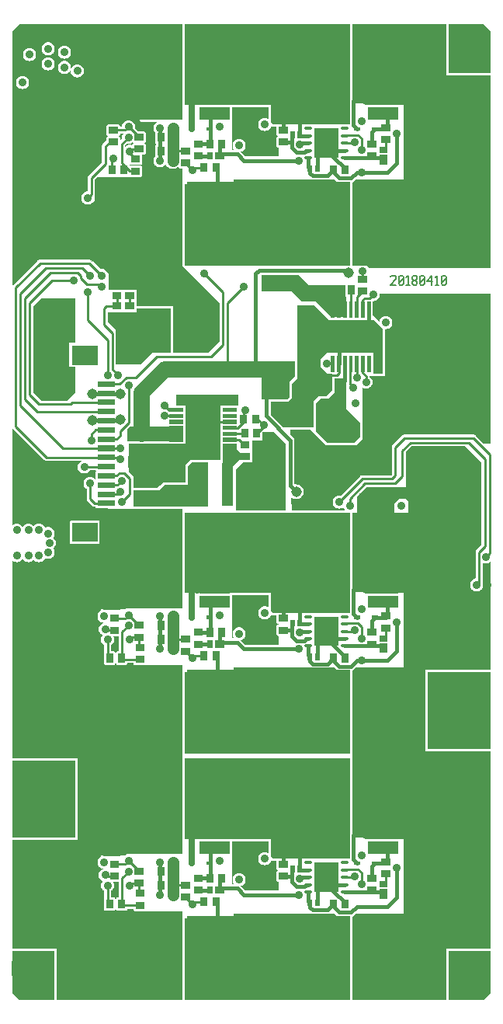
<source format=gbr>
G04 start of page 2 for group 0 idx 0 *
G04 Title: fet12, top *
G04 Creator: pcb 20140316 *
G04 CreationDate: Thu 12 Apr 2018 01:23:08 AM GMT UTC *
G04 For: brian *
G04 Format: Gerber/RS-274X *
G04 PCB-Dimensions (mil): 6000.00 5000.00 *
G04 PCB-Coordinate-Origin: lower left *
%MOIN*%
%FSLAX25Y25*%
%LNTOP*%
%ADD57C,0.0118*%
%ADD56C,0.1285*%
%ADD55C,0.2150*%
%ADD54C,0.0118*%
%ADD53C,0.0200*%
%ADD52C,0.0450*%
%ADD51C,0.0360*%
%ADD50R,0.2600X0.2600*%
%ADD49R,0.0460X0.0460*%
%ADD48R,0.1181X0.1181*%
%ADD47R,0.0165X0.0165*%
%ADD46R,0.0700X0.0700*%
%ADD45R,0.1047X0.1047*%
%ADD44C,0.0138*%
%ADD43R,0.0197X0.0197*%
%ADD42R,0.0276X0.0276*%
%ADD41R,0.0515X0.0515*%
%ADD40R,0.1657X0.1657*%
%ADD39R,0.1342X0.1342*%
%ADD38R,0.0751X0.0751*%
%ADD37C,0.0394*%
%ADD36R,0.0217X0.0217*%
%ADD35R,0.0256X0.0256*%
%ADD34R,0.0276X0.0276*%
%ADD33R,0.0315X0.0315*%
%ADD32R,0.0159X0.0159*%
%ADD31R,0.3600X0.3600*%
%ADD30R,0.0630X0.0630*%
%ADD29R,0.0512X0.0512*%
%ADD28R,0.1339X0.1339*%
%ADD27R,0.0100X0.0100*%
%ADD26R,0.0177X0.0177*%
%ADD25R,0.0295X0.0295*%
%ADD24R,0.0984X0.0984*%
%ADD23R,0.0236X0.0236*%
%ADD22R,0.0827X0.0827*%
%ADD21C,0.0295*%
%ADD20C,0.1850*%
%ADD19C,0.2350*%
%ADD18C,0.0318*%
%ADD17C,0.0070*%
%ADD16C,0.0700*%
%ADD15C,0.0250*%
%ADD14C,0.0500*%
%ADD13C,0.0100*%
%ADD12C,0.0150*%
%ADD11C,0.0001*%
G54D11*G36*
X327500Y243500D02*Y200500D01*
X294500D01*
X293500Y201500D01*
Y209000D01*
X256500D01*
Y243500D01*
X327500D01*
G37*
G36*
X220000Y245000D02*X255500D01*
Y202500D01*
X231500D01*
X231000Y202000D01*
X220000D01*
Y245000D01*
G37*
G36*
X273000Y273000D02*X279000D01*
Y270500D01*
X280500Y269000D01*
X284500D01*
Y266000D01*
X280000D01*
X277000Y263000D01*
Y246500D01*
X273000D01*
Y273000D01*
G37*
G36*
X248000Y255500D02*X258000D01*
Y263500D01*
X259500Y265000D01*
X266500D01*
Y246000D01*
X234500D01*
Y253000D01*
X245500D01*
X248000Y255500D01*
G37*
G36*
X321000Y264000D02*Y255000D01*
X306500D01*
X306000Y255500D01*
X304500D01*
Y264000D01*
X321000D01*
G37*
G36*
X213748Y260211D02*X213939Y260226D01*
X214368Y260329D01*
X214775Y260497D01*
X215151Y260728D01*
X215486Y261014D01*
X215772Y261349D01*
X215961Y261657D01*
X218310D01*
X218366Y261521D01*
X218448Y261387D01*
X218551Y261267D01*
X218642Y261189D01*
X218551Y261111D01*
X218448Y260991D01*
X218366Y260857D01*
X218306Y260712D01*
X218269Y260558D01*
X218260Y260402D01*
X218269Y257882D01*
X218306Y257729D01*
X218366Y257584D01*
X218448Y257450D01*
X218551Y257330D01*
X218642Y257252D01*
X218551Y257174D01*
X218546Y257169D01*
X218503Y257275D01*
X218272Y257651D01*
X217986Y257986D01*
X217651Y258272D01*
X217275Y258503D01*
X216868Y258671D01*
X216439Y258774D01*
X216000Y258809D01*
X215561Y258774D01*
X215132Y258671D01*
X214725Y258503D01*
X214349Y258272D01*
X214014Y257986D01*
X213748Y257675D01*
Y260211D01*
G37*
G36*
X225917Y183968D02*X225000Y183965D01*
Y186635D01*
X225151Y186728D01*
X225486Y187014D01*
X225772Y187349D01*
X226003Y187725D01*
X226171Y188132D01*
X226274Y188561D01*
X226300Y189000D01*
X226274Y189439D01*
X226171Y189868D01*
X226003Y190275D01*
X225884Y190468D01*
X228250Y190473D01*
Y183960D01*
X227926Y183959D01*
X227773Y183922D01*
X227628Y183862D01*
X227493Y183780D01*
X227374Y183677D01*
X227271Y183558D01*
X227189Y183423D01*
X227129Y183278D01*
X227092Y183125D01*
X227083Y182968D01*
X227092Y178875D01*
X227129Y178722D01*
X227189Y178577D01*
X227271Y178442D01*
X227374Y178323D01*
X227493Y178220D01*
X227628Y178138D01*
X227773Y178078D01*
X227926Y178041D01*
X228083Y178032D01*
X231192Y178041D01*
X231345Y178078D01*
X231490Y178138D01*
X231625Y178220D01*
X231744Y178323D01*
X231847Y178442D01*
X231929Y178577D01*
X231989Y178722D01*
X232026Y178875D01*
X232030Y178941D01*
X234541D01*
X234541Y178808D01*
X234578Y178655D01*
X234638Y178510D01*
X234720Y178375D01*
X234823Y178256D01*
X234942Y178153D01*
X235077Y178071D01*
X235222Y178011D01*
X235288Y177995D01*
X217843Y177991D01*
X217690Y177954D01*
X217545Y177894D01*
X217410Y177812D01*
X217291Y177709D01*
X217188Y177590D01*
X217106Y177455D01*
X217046Y177310D01*
X217009Y177157D01*
X217000Y177000D01*
X217001Y172500D01*
X213748D01*
Y229879D01*
X219417Y229883D01*
X219570Y229920D01*
X219715Y229980D01*
X219849Y230063D01*
X219969Y230165D01*
X220071Y230284D01*
X220154Y230419D01*
X220214Y230564D01*
X220251Y230717D01*
X220260Y230874D01*
X220251Y239299D01*
X220214Y239452D01*
X220154Y239597D01*
X220071Y239731D01*
X219969Y239851D01*
X219849Y239953D01*
X219715Y240035D01*
X219570Y240096D01*
X219417Y240132D01*
X219260Y240142D01*
X213748Y240137D01*
Y254325D01*
X214014Y254014D01*
X214349Y253728D01*
X214500Y253635D01*
Y249559D01*
X214495Y249500D01*
X214514Y249265D01*
X214569Y249035D01*
X214659Y248817D01*
X214783Y248616D01*
X214783Y248615D01*
X214936Y248436D01*
X214981Y248398D01*
X216988Y246390D01*
X217027Y246346D01*
X217206Y246192D01*
X217407Y246069D01*
X217626Y245978D01*
X217855Y245923D01*
X218091Y245905D01*
X218149Y245909D01*
X218310D01*
X218366Y245773D01*
X218448Y245639D01*
X218551Y245519D01*
X218670Y245417D01*
X218804Y245335D01*
X218950Y245274D01*
X219103Y245238D01*
X219260Y245228D01*
X223500Y245233D01*
Y245000D01*
X255500D01*
Y243461D01*
X255456Y243488D01*
X255310Y243548D01*
X255157Y243585D01*
X255000Y243595D01*
X238277Y243585D01*
X238124Y243548D01*
X237978Y243488D01*
X237844Y243406D01*
X237724Y243304D01*
X237622Y243184D01*
X237540Y243050D01*
X237480Y242904D01*
X237443Y242751D01*
X237434Y242595D01*
X237434Y241623D01*
X230007Y241618D01*
X230007Y243539D01*
X229970Y243692D01*
X229910Y243837D01*
X229828Y243972D01*
X229725Y244091D01*
X229606Y244194D01*
X229471Y244276D01*
X229326Y244336D01*
X229173Y244373D01*
X229016Y244382D01*
X221347Y244373D01*
X221194Y244336D01*
X221049Y244276D01*
X220914Y244194D01*
X220795Y244091D01*
X220692Y243972D01*
X220610Y243837D01*
X220550Y243692D01*
X220513Y243539D01*
X220504Y243382D01*
X220513Y201461D01*
X220532Y201384D01*
X220349Y201272D01*
X220014Y200986D01*
X219728Y200651D01*
X219497Y200275D01*
X219329Y199868D01*
X219226Y199439D01*
X219191Y199000D01*
X219226Y198561D01*
X219329Y198132D01*
X219497Y197725D01*
X219728Y197349D01*
X220014Y197014D01*
X220349Y196728D01*
X220725Y196497D01*
X221132Y196329D01*
X221561Y196226D01*
X221786Y196208D01*
X221632Y196171D01*
X221225Y196003D01*
X220849Y195772D01*
X220514Y195486D01*
X220228Y195151D01*
X219997Y194775D01*
X219829Y194368D01*
X219726Y193939D01*
X219691Y193500D01*
X219726Y193061D01*
X219829Y192632D01*
X219997Y192225D01*
X220228Y191849D01*
X220514Y191514D01*
X220849Y191228D01*
X221225Y190997D01*
X221446Y190906D01*
X221228Y190651D01*
X220997Y190275D01*
X220829Y189868D01*
X220726Y189439D01*
X220691Y189000D01*
X220726Y188561D01*
X220829Y188132D01*
X220997Y187725D01*
X221228Y187349D01*
X221514Y187014D01*
X221849Y186728D01*
X222000Y186635D01*
Y183232D01*
X221974Y183125D01*
X221965Y182968D01*
X221974Y178875D01*
X222011Y178722D01*
X222071Y178577D01*
X222153Y178442D01*
X222256Y178323D01*
X222375Y178220D01*
X222510Y178138D01*
X222655Y178078D01*
X222808Y178041D01*
X222965Y178032D01*
X226074Y178041D01*
X226227Y178078D01*
X226372Y178138D01*
X226507Y178220D01*
X226626Y178323D01*
X226729Y178442D01*
X226811Y178577D01*
X226871Y178722D01*
X226908Y178875D01*
X226917Y179032D01*
X226913Y180707D01*
X226927Y180765D01*
X226946Y181000D01*
X226927Y181235D01*
X226912Y181299D01*
X226908Y183125D01*
X226871Y183278D01*
X226811Y183423D01*
X226729Y183558D01*
X226626Y183677D01*
X226507Y183780D01*
X226372Y183862D01*
X226227Y183922D01*
X226074Y183959D01*
X225917Y183968D01*
G37*
G36*
X213748Y172500D02*X182500D01*
Y223030D01*
X182514Y223014D01*
X182849Y222728D01*
X183225Y222497D01*
X183632Y222329D01*
X184061Y222226D01*
X184500Y222191D01*
X184939Y222226D01*
X185368Y222329D01*
X185775Y222497D01*
X186151Y222728D01*
X186486Y223014D01*
X186772Y223349D01*
X187000Y223721D01*
X187228Y223349D01*
X187514Y223014D01*
X187849Y222728D01*
X188225Y222497D01*
X188632Y222329D01*
X189061Y222226D01*
X189500Y222191D01*
X189939Y222226D01*
X190368Y222329D01*
X190775Y222497D01*
X191151Y222728D01*
X191486Y223014D01*
X191750Y223323D01*
X192014Y223014D01*
X192349Y222728D01*
X192725Y222497D01*
X193132Y222329D01*
X193561Y222226D01*
X194000Y222191D01*
X194439Y222226D01*
X194868Y222329D01*
X195275Y222497D01*
X195651Y222728D01*
X195986Y223014D01*
X196272Y223349D01*
X196503Y223725D01*
X196638Y224051D01*
X196725Y223997D01*
X197132Y223829D01*
X197561Y223726D01*
X198000Y223691D01*
X198439Y223726D01*
X198868Y223829D01*
X199275Y223997D01*
X199651Y224228D01*
X199986Y224514D01*
X200272Y224849D01*
X200503Y225225D01*
X200671Y225632D01*
X200774Y226061D01*
X200800Y226500D01*
X200774Y226939D01*
X200671Y227368D01*
X200503Y227775D01*
X200272Y228151D01*
X200183Y228255D01*
X200486Y228514D01*
X200772Y228849D01*
X201003Y229225D01*
X201171Y229632D01*
X201274Y230061D01*
X201300Y230500D01*
X201274Y230939D01*
X201171Y231368D01*
X201003Y231775D01*
X200772Y232151D01*
X200486Y232486D01*
X200183Y232745D01*
X200272Y232849D01*
X200503Y233225D01*
X200671Y233632D01*
X200774Y234061D01*
X200800Y234500D01*
X200774Y234939D01*
X200671Y235368D01*
X200503Y235775D01*
X200272Y236151D01*
X199986Y236486D01*
X199651Y236772D01*
X199275Y237003D01*
X198868Y237171D01*
X198439Y237274D01*
X198000Y237309D01*
X197561Y237274D01*
X197132Y237171D01*
X196725Y237003D01*
X196638Y236949D01*
X196503Y237275D01*
X196272Y237651D01*
X195986Y237986D01*
X195651Y238272D01*
X195275Y238503D01*
X194868Y238671D01*
X194439Y238774D01*
X194000Y238809D01*
X193561Y238774D01*
X193132Y238671D01*
X192725Y238503D01*
X192349Y238272D01*
X192014Y237986D01*
X191750Y237677D01*
X191486Y237986D01*
X191151Y238272D01*
X190775Y238503D01*
X190368Y238671D01*
X189939Y238774D01*
X189500Y238809D01*
X189061Y238774D01*
X188632Y238671D01*
X188225Y238503D01*
X187849Y238272D01*
X187514Y237986D01*
X187228Y237651D01*
X187000Y237279D01*
X186772Y237651D01*
X186486Y237986D01*
X186151Y238272D01*
X185775Y238503D01*
X185368Y238671D01*
X184939Y238774D01*
X184500Y238809D01*
X184061Y238774D01*
X183632Y238671D01*
X183225Y238503D01*
X182849Y238272D01*
X182514Y237986D01*
X182500Y237970D01*
Y280441D01*
X182514Y280265D01*
X182569Y280035D01*
X182659Y279817D01*
X182783Y279616D01*
X182936Y279436D01*
X182981Y279398D01*
X196303Y266075D01*
X196342Y266031D01*
X196521Y265877D01*
X196722Y265754D01*
X196941Y265664D01*
X197170Y265608D01*
X197406Y265590D01*
X197464Y265594D01*
X212447D01*
X212225Y265503D01*
X211849Y265272D01*
X211514Y264986D01*
X211228Y264651D01*
X210997Y264275D01*
X210829Y263868D01*
X210726Y263439D01*
X210691Y263000D01*
X210726Y262561D01*
X210829Y262132D01*
X210997Y261725D01*
X211228Y261349D01*
X211514Y261014D01*
X211849Y260728D01*
X212225Y260497D01*
X212632Y260329D01*
X213061Y260226D01*
X213500Y260191D01*
X213748Y260211D01*
Y257675D01*
X213728Y257651D01*
X213497Y257275D01*
X213329Y256868D01*
X213226Y256439D01*
X213191Y256000D01*
X213226Y255561D01*
X213329Y255132D01*
X213497Y254725D01*
X213728Y254349D01*
X213748Y254325D01*
Y240137D01*
X208079Y240132D01*
X207926Y240096D01*
X207781Y240035D01*
X207647Y239953D01*
X207527Y239851D01*
X207425Y239731D01*
X207342Y239597D01*
X207282Y239452D01*
X207245Y239299D01*
X207236Y239142D01*
X207245Y230717D01*
X207282Y230564D01*
X207342Y230419D01*
X207425Y230284D01*
X207527Y230165D01*
X207647Y230063D01*
X207781Y229980D01*
X207926Y229920D01*
X208079Y229883D01*
X208236Y229874D01*
X213748Y229879D01*
Y172500D01*
G37*
G36*
X300000Y273000D02*Y244500D01*
X278500D01*
Y262000D01*
X281500Y265000D01*
X285500D01*
Y274500D01*
X290000D01*
Y278000D01*
X295000D01*
X300000Y273000D01*
G37*
G36*
X327500Y140000D02*X256500D01*
Y175000D01*
X277500D01*
Y177000D01*
X321000D01*
X322000Y176000D01*
X327500D01*
Y140000D01*
G37*
G36*
X277000Y189577D02*Y208000D01*
X292500D01*
Y202865D01*
X292275Y203003D01*
X291868Y203171D01*
X291439Y203274D01*
X291000Y203309D01*
X290561Y203274D01*
X290132Y203171D01*
X289725Y203003D01*
X289349Y202772D01*
X289014Y202486D01*
X288728Y202151D01*
X288497Y201775D01*
X288329Y201368D01*
X288226Y200939D01*
X288191Y200500D01*
X288226Y200061D01*
X288329Y199632D01*
X288497Y199225D01*
X288728Y198849D01*
X289014Y198514D01*
X289349Y198228D01*
X289725Y197997D01*
X290132Y197829D01*
X290561Y197726D01*
X291000Y197691D01*
X291439Y197726D01*
X291868Y197829D01*
X292275Y197997D01*
X292651Y198228D01*
X292986Y198514D01*
X293272Y198849D01*
X293503Y199225D01*
X293671Y199632D01*
X293709Y199791D01*
X294000Y199500D01*
X296032D01*
X296041Y196426D01*
X296078Y196273D01*
X296138Y196128D01*
X296220Y195993D01*
X296323Y195874D01*
X296442Y195771D01*
X296577Y195689D01*
X296722Y195629D01*
X296875Y195592D01*
X297000Y195585D01*
Y195408D01*
X296875Y195408D01*
X296722Y195371D01*
X296577Y195311D01*
X296442Y195229D01*
X296323Y195126D01*
X296220Y195007D01*
X296138Y194872D01*
X296078Y194727D01*
X296041Y194574D01*
X296032Y194417D01*
X296041Y191308D01*
X296078Y191155D01*
X296138Y191010D01*
X296220Y190875D01*
X296323Y190756D01*
X296442Y190653D01*
X296577Y190571D01*
X296722Y190511D01*
X296875Y190474D01*
X297000Y190467D01*
Y186750D01*
X282725D01*
X280689Y188786D01*
X280868Y188829D01*
X281275Y188997D01*
X281651Y189228D01*
X281986Y189514D01*
X282272Y189849D01*
X282503Y190225D01*
X282671Y190632D01*
X282774Y191061D01*
X282800Y191500D01*
X282774Y191939D01*
X282671Y192368D01*
X282503Y192775D01*
X282272Y193151D01*
X281986Y193486D01*
X281651Y193772D01*
X281275Y194003D01*
X280868Y194171D01*
X280439Y194274D01*
X280000Y194309D01*
X279561Y194274D01*
X279132Y194171D01*
X278725Y194003D01*
X278349Y193772D01*
X278014Y193486D01*
X277728Y193151D01*
X277497Y192775D01*
X277329Y192368D01*
X277226Y191939D01*
X277191Y191500D01*
X277226Y191061D01*
X277329Y190632D01*
X277497Y190225D01*
X277728Y189849D01*
X277960Y189577D01*
X277000D01*
G37*
G36*
X335000Y349500D02*X328500D01*
Y385000D01*
X330000Y386500D01*
X388000D01*
Y348500D01*
X336000D01*
X335000Y349500D01*
G37*
G36*
X364000Y311500D02*Y330000D01*
X376000D01*
Y311500D01*
X364000D01*
G37*
G36*
X327500Y453000D02*Y410000D01*
X294500D01*
X293500Y411000D01*
Y418500D01*
X256500D01*
Y453000D01*
X327500D01*
G37*
G36*
X369000Y431000D02*X388000D01*
Y386500D01*
X350500D01*
Y418500D01*
X334500D01*
X334000Y419000D01*
X328500D01*
Y453000D01*
X369000D01*
Y431000D01*
G37*
G36*
X388000Y432000D02*X370000D01*
Y453000D01*
X385000D01*
X388000Y450000D01*
Y432000D01*
G37*
G36*
X277000Y399077D02*Y417500D01*
X292500D01*
Y412365D01*
X292275Y412503D01*
X291868Y412671D01*
X291439Y412774D01*
X291000Y412809D01*
X290561Y412774D01*
X290132Y412671D01*
X289725Y412503D01*
X289349Y412272D01*
X289014Y411986D01*
X288728Y411651D01*
X288497Y411275D01*
X288329Y410868D01*
X288226Y410439D01*
X288191Y410000D01*
X288226Y409561D01*
X288329Y409132D01*
X288497Y408725D01*
X288728Y408349D01*
X289014Y408014D01*
X289349Y407728D01*
X289725Y407497D01*
X290132Y407329D01*
X290561Y407226D01*
X291000Y407191D01*
X291439Y407226D01*
X291868Y407329D01*
X292275Y407497D01*
X292651Y407728D01*
X292986Y408014D01*
X293272Y408349D01*
X293503Y408725D01*
X293671Y409132D01*
X293709Y409291D01*
X294000Y409000D01*
X296032D01*
X296041Y405926D01*
X296078Y405773D01*
X296138Y405628D01*
X296220Y405493D01*
X296323Y405374D01*
X296442Y405271D01*
X296577Y405189D01*
X296722Y405129D01*
X296875Y405092D01*
X297000Y405085D01*
Y404908D01*
X296875Y404908D01*
X296722Y404871D01*
X296577Y404811D01*
X296442Y404729D01*
X296323Y404626D01*
X296220Y404507D01*
X296138Y404372D01*
X296078Y404227D01*
X296041Y404074D01*
X296032Y403917D01*
X296041Y400808D01*
X296078Y400655D01*
X296138Y400510D01*
X296220Y400375D01*
X296323Y400256D01*
X296442Y400153D01*
X296577Y400071D01*
X296722Y400011D01*
X296875Y399974D01*
X297000Y399967D01*
Y396250D01*
X282725D01*
X280689Y398286D01*
X280868Y398329D01*
X281275Y398497D01*
X281651Y398728D01*
X281986Y399014D01*
X282272Y399349D01*
X282503Y399725D01*
X282671Y400132D01*
X282774Y400561D01*
X282800Y401000D01*
X282774Y401439D01*
X282671Y401868D01*
X282503Y402275D01*
X282272Y402651D01*
X281986Y402986D01*
X281651Y403272D01*
X281275Y403503D01*
X280868Y403671D01*
X280439Y403774D01*
X280000Y403809D01*
X279561Y403774D01*
X279132Y403671D01*
X278725Y403503D01*
X278349Y403272D01*
X278014Y402986D01*
X277728Y402651D01*
X277497Y402275D01*
X277329Y401868D01*
X277226Y401439D01*
X277191Y401000D01*
X277226Y400561D01*
X277329Y400132D01*
X277497Y399725D01*
X277728Y399349D01*
X277960Y399077D01*
X277000D01*
G37*
G36*
X327500Y349500D02*X256500D01*
Y384500D01*
X277500D01*
Y386500D01*
X321000D01*
X322000Y385500D01*
X327500D01*
Y349500D01*
G37*
G36*
X300500Y292000D02*X289500D01*
Y308500D01*
X304000D01*
Y302000D01*
X301500Y299500D01*
Y293000D01*
X300500Y292000D01*
G37*
G36*
X312000Y280000D02*X299000D01*
X293500Y285500D01*
Y291000D01*
X301000D01*
X302500Y292500D01*
Y298500D01*
X305000Y301000D01*
Y332500D01*
X312000D01*
X318500Y326000D01*
X338000D01*
X341500Y322500D01*
Y303000D01*
X337500D01*
Y312000D01*
X317500D01*
X315000Y309500D01*
Y306000D01*
X318000Y303000D01*
X320000D01*
Y296000D01*
X317500Y293500D01*
X314000D01*
X312000Y291500D01*
Y280000D01*
G37*
G36*
X332000Y282000D02*Y276000D01*
X329500Y273500D01*
X318000D01*
X313000Y278500D01*
Y290500D01*
X315000Y292500D01*
X318500D01*
X321000Y295000D01*
Y301000D01*
X326000D01*
Y288000D01*
X332000Y282000D01*
G37*
G36*
X326000Y327500D02*X319500D01*
X313000Y334000D01*
X307000D01*
X302500Y338500D01*
X289500D01*
Y345500D01*
X305500D01*
X310000Y341000D01*
X325500D01*
Y336500D01*
X326000Y336000D01*
Y327500D01*
G37*
G36*
X364000Y289500D02*Y308000D01*
X376000D01*
Y289500D01*
X364000D01*
G37*
G36*
X370000Y337500D02*X388000D01*
Y273000D01*
X385121D01*
X381602Y276519D01*
X381564Y276564D01*
X381384Y276717D01*
X381183Y276841D01*
X380965Y276931D01*
X380735Y276986D01*
X380500Y277005D01*
X380441Y277000D01*
X370000D01*
Y289753D01*
X375078Y289757D01*
X375231Y289794D01*
X375377Y289854D01*
X375511Y289937D01*
X375631Y290039D01*
X375733Y290158D01*
X375815Y290293D01*
X375875Y290438D01*
X375912Y290591D01*
X375921Y290748D01*
X375912Y306653D01*
X375875Y306806D01*
X375815Y306951D01*
X375733Y307086D01*
X375631Y307205D01*
X375511Y307308D01*
X375377Y307390D01*
X375231Y307450D01*
X375078Y307487D01*
X374921Y307496D01*
X370000Y307492D01*
Y312008D01*
X375078Y312013D01*
X375231Y312050D01*
X375377Y312110D01*
X375511Y312192D01*
X375631Y312295D01*
X375733Y312414D01*
X375815Y312549D01*
X375875Y312694D01*
X375912Y312847D01*
X375921Y313004D01*
X375912Y328909D01*
X375875Y329062D01*
X375815Y329207D01*
X375733Y329342D01*
X375631Y329461D01*
X375511Y329563D01*
X375377Y329646D01*
X375231Y329706D01*
X375078Y329743D01*
X374921Y329752D01*
X370000Y329747D01*
Y337500D01*
G37*
G36*
X304740Y262650D02*X304749Y256193D01*
X304786Y256040D01*
X304846Y255895D01*
X304929Y255761D01*
X304960Y255724D01*
X304500Y255760D01*
X303990Y255720D01*
X303800Y255674D01*
X303750Y255725D01*
Y274431D01*
X303755Y274500D01*
X303734Y274774D01*
X303734Y274775D01*
X303669Y275042D01*
X303564Y275297D01*
X303420Y275532D01*
X303241Y275741D01*
X303189Y275786D01*
X302030Y276945D01*
X302000Y279000D01*
X310500D01*
X317000Y272500D01*
X330500D01*
X333000Y275000D01*
Y297135D01*
X333225Y296997D01*
X333632Y296829D01*
X334061Y296726D01*
X334500Y296691D01*
X334939Y296726D01*
X335368Y296829D01*
X335775Y296997D01*
X336151Y297228D01*
X336486Y297514D01*
X336772Y297849D01*
X337003Y298225D01*
X337171Y298632D01*
X337274Y299061D01*
X337300Y299500D01*
X337274Y299939D01*
X337171Y300368D01*
X337003Y300775D01*
X336772Y301151D01*
X336486Y301486D01*
X336151Y301772D01*
X336000Y301865D01*
Y301941D01*
X336005Y302000D01*
X342500D01*
Y322240D01*
X342561Y322226D01*
X343000Y322191D01*
X343439Y322226D01*
X343868Y322329D01*
X344275Y322497D01*
X344651Y322728D01*
X344986Y323014D01*
X345272Y323349D01*
X345503Y323725D01*
X345671Y324132D01*
X345774Y324561D01*
X345800Y325000D01*
X345774Y325439D01*
X345671Y325868D01*
X345503Y326275D01*
X345272Y326651D01*
X344986Y326986D01*
X344651Y327272D01*
X344275Y327503D01*
X343868Y327671D01*
X343439Y327774D01*
X343000Y327809D01*
X342561Y327774D01*
X342132Y327671D01*
X341725Y327503D01*
X341349Y327272D01*
X341014Y326986D01*
X340728Y326651D01*
X340497Y326275D01*
X340329Y325868D01*
X340228Y325447D01*
X337427Y328463D01*
Y330693D01*
X337411Y330968D01*
X337347Y331235D01*
X337300Y331349D01*
X337297Y334207D01*
X337500Y334191D01*
X337939Y334226D01*
X338368Y334329D01*
X338775Y334497D01*
X339151Y334728D01*
X339486Y335014D01*
X339772Y335349D01*
X340003Y335725D01*
X340171Y336132D01*
X340274Y336561D01*
X340300Y337000D01*
X340274Y337439D01*
X340260Y337500D01*
X370000D01*
Y329747D01*
X364922Y329743D01*
X364769Y329706D01*
X364623Y329646D01*
X364489Y329563D01*
X364369Y329461D01*
X364267Y329342D01*
X364185Y329207D01*
X364125Y329062D01*
X364088Y328909D01*
X364079Y328752D01*
X364088Y312847D01*
X364125Y312694D01*
X364185Y312549D01*
X364267Y312414D01*
X364369Y312295D01*
X364489Y312192D01*
X364623Y312110D01*
X364769Y312050D01*
X364922Y312013D01*
X365079Y312004D01*
X370000Y312008D01*
Y307492D01*
X364922Y307487D01*
X364769Y307450D01*
X364623Y307390D01*
X364489Y307308D01*
X364369Y307205D01*
X364267Y307086D01*
X364185Y306951D01*
X364125Y306806D01*
X364088Y306653D01*
X364079Y306496D01*
X364088Y290591D01*
X364125Y290438D01*
X364185Y290293D01*
X364267Y290158D01*
X364369Y290039D01*
X364489Y289937D01*
X364623Y289854D01*
X364769Y289794D01*
X364922Y289757D01*
X365079Y289748D01*
X370000Y289753D01*
Y277000D01*
X351059D01*
X351000Y277005D01*
X350765Y276986D01*
X350535Y276931D01*
X350317Y276841D01*
X350116Y276717D01*
X350115Y276717D01*
X349936Y276564D01*
X349898Y276519D01*
X345981Y272602D01*
X345936Y272564D01*
X345783Y272384D01*
X345659Y272183D01*
X345569Y271965D01*
X345514Y271735D01*
X345514Y271735D01*
X345495Y271500D01*
X345500Y271441D01*
Y270636D01*
X345405Y270694D01*
X345260Y270754D01*
X345107Y270791D01*
X344950Y270800D01*
X334893Y270791D01*
X334740Y270754D01*
X334595Y270694D01*
X334460Y270612D01*
X334341Y270509D01*
X334238Y270390D01*
X334156Y270255D01*
X334096Y270110D01*
X334059Y269957D01*
X334050Y269800D01*
X334059Y259743D01*
X334096Y259590D01*
X334133Y259500D01*
X333059D01*
X333000Y259505D01*
X332765Y259486D01*
X332535Y259431D01*
X332317Y259341D01*
X332116Y259217D01*
X332115Y259217D01*
X331936Y259064D01*
X331898Y259019D01*
X323611Y250733D01*
X323439Y250774D01*
X323000Y250809D01*
X322561Y250774D01*
X322132Y250671D01*
X321725Y250503D01*
X321349Y250272D01*
X321014Y249986D01*
X320728Y249651D01*
X320497Y249275D01*
X320329Y248868D01*
X320226Y248439D01*
X320191Y248000D01*
X320226Y247561D01*
X320329Y247132D01*
X320497Y246725D01*
X320728Y246349D01*
X321014Y246014D01*
X321349Y245728D01*
X321725Y245497D01*
X322132Y245329D01*
X322561Y245226D01*
X323000Y245191D01*
X323439Y245226D01*
X323868Y245329D01*
X324275Y245497D01*
X324651Y245728D01*
X324779Y245838D01*
X324829Y245632D01*
X324997Y245225D01*
X325228Y244849D01*
X325514Y244514D01*
X325530Y244500D01*
X302500D01*
X302420Y250002D01*
X302584Y249863D01*
X303020Y249595D01*
X303493Y249400D01*
X303990Y249280D01*
X304500Y249240D01*
X305010Y249280D01*
X305507Y249400D01*
X305980Y249595D01*
X306416Y249863D01*
X306805Y250195D01*
X307137Y250584D01*
X307405Y251020D01*
X307600Y251493D01*
X307720Y251990D01*
X307750Y252500D01*
X307720Y253010D01*
X307600Y253507D01*
X307405Y253980D01*
X307137Y254416D01*
X306805Y254805D01*
X306416Y255137D01*
X306068Y255351D01*
X319677Y255360D01*
X319830Y255396D01*
X319975Y255457D01*
X320109Y255539D01*
X320229Y255641D01*
X320331Y255761D01*
X320413Y255895D01*
X320474Y256040D01*
X320510Y256193D01*
X320520Y256350D01*
X320510Y262807D01*
X320474Y262960D01*
X320413Y263105D01*
X320331Y263239D01*
X320229Y263359D01*
X320109Y263461D01*
X319975Y263543D01*
X319830Y263604D01*
X319677Y263640D01*
X319520Y263650D01*
X305583Y263640D01*
X305430Y263604D01*
X305285Y263543D01*
X305151Y263461D01*
X305031Y263359D01*
X304929Y263239D01*
X304846Y263105D01*
X304786Y262960D01*
X304749Y262807D01*
X304740Y262650D01*
G37*
G36*
X345500Y259500D02*X333500D01*
Y271000D01*
X345500D01*
Y259500D01*
G37*
G36*
X369000Y34500D02*X328500D01*
Y70000D01*
X330000Y71500D01*
X388000D01*
Y56500D01*
X369000D01*
Y34500D01*
G37*
G36*
X360000Y141000D02*X388000D01*
Y71500D01*
X350500D01*
Y103500D01*
X334500D01*
X334000Y104000D01*
X328500D01*
Y140000D01*
X360000D01*
Y141000D01*
G37*
G36*
X388000Y55500D02*Y37500D01*
X385000Y34500D01*
X370000D01*
Y55500D01*
X388000D01*
G37*
G36*
X384000Y242000D02*X352500D01*
Y248500D01*
X351500Y249500D01*
Y269500D01*
X354000Y272000D01*
X377000D01*
X384000Y265000D01*
Y242000D01*
G37*
G36*
X360000Y140000D02*X328500D01*
Y175500D01*
X330000Y177000D01*
X360000D01*
Y140000D01*
G37*
G36*
X328500Y243500D02*X357000D01*
Y209500D01*
X388000D01*
Y176000D01*
X360000D01*
Y177000D01*
X350500D01*
Y209000D01*
X334500D01*
X334000Y209500D01*
X328500D01*
Y243500D01*
G37*
G36*
X357000Y209500D02*Y243500D01*
X364088D01*
X364088Y243347D01*
X364125Y243194D01*
X364185Y243049D01*
X364267Y242914D01*
X364369Y242795D01*
X364489Y242692D01*
X364623Y242610D01*
X364769Y242550D01*
X364922Y242513D01*
X365079Y242504D01*
X375078Y242513D01*
X375231Y242550D01*
X375377Y242610D01*
X375511Y242692D01*
X375631Y242795D01*
X375733Y242914D01*
X375815Y243049D01*
X375875Y243194D01*
X375912Y243347D01*
X375921Y243500D01*
X384000D01*
Y229621D01*
X381981Y227602D01*
X381936Y227564D01*
X381783Y227384D01*
X381659Y227183D01*
X381569Y226965D01*
X381514Y226735D01*
X381514Y226735D01*
X381495Y226500D01*
X381500Y226441D01*
Y215259D01*
X381132Y215171D01*
X380725Y215003D01*
X380349Y214772D01*
X380014Y214486D01*
X379728Y214151D01*
X379497Y213775D01*
X379329Y213368D01*
X379226Y212939D01*
X379191Y212500D01*
X379226Y212061D01*
X379329Y211632D01*
X379497Y211225D01*
X379728Y210849D01*
X380014Y210514D01*
X380349Y210228D01*
X380725Y209997D01*
X381132Y209829D01*
X381561Y209726D01*
X382000Y209691D01*
X382439Y209726D01*
X382868Y209829D01*
X383275Y209997D01*
X383651Y210228D01*
X383986Y210514D01*
X384272Y210849D01*
X384503Y211225D01*
X384671Y211632D01*
X384774Y212061D01*
X384800Y212500D01*
X384774Y212939D01*
X384671Y213368D01*
X384503Y213775D01*
X384500Y213779D01*
Y222135D01*
X384725Y221997D01*
X385132Y221829D01*
X385561Y221726D01*
X386000Y221691D01*
X386439Y221726D01*
X386868Y221829D01*
X387275Y221997D01*
X387651Y222228D01*
X387986Y222514D01*
X388000Y222530D01*
Y209500D01*
X357000D01*
G37*
G36*
X361000Y142000D02*Y175000D01*
X388000D01*
Y142000D01*
X361000D01*
G37*
G36*
X330500Y243500D02*Y250500D01*
X334500Y254500D01*
X351500D01*
Y249500D01*
X348500D01*
X346500Y247500D01*
Y243500D01*
X330500D01*
G37*
G36*
X234322Y402374D02*X234323Y402374D01*
X234442Y402271D01*
X234577Y402189D01*
X234722Y402129D01*
X234875Y402092D01*
X235032Y402083D01*
X239125Y402092D01*
X239278Y402129D01*
X239423Y402189D01*
X239558Y402271D01*
X239677Y402374D01*
X239780Y402493D01*
X239862Y402628D01*
X239922Y402773D01*
X239959Y402926D01*
X239968Y403083D01*
X239959Y406192D01*
X239922Y406345D01*
X239862Y406490D01*
X239780Y406625D01*
X239677Y406744D01*
X239558Y406847D01*
X239423Y406929D01*
X239278Y406989D01*
X239125Y407026D01*
X238968Y407035D01*
X236651Y407030D01*
X235244Y408436D01*
X235274Y408561D01*
X235300Y409000D01*
X235274Y409439D01*
X235171Y409868D01*
X235003Y410275D01*
X234772Y410651D01*
X234486Y410986D01*
X234151Y411272D01*
X233775Y411503D01*
X233368Y411671D01*
X232939Y411774D01*
X232500Y411809D01*
X232061Y411774D01*
X231632Y411671D01*
X231225Y411503D01*
X230849Y411272D01*
X230514Y410986D01*
X230228Y410651D01*
X229997Y410275D01*
X229829Y409868D01*
X229726Y409439D01*
X229696Y409059D01*
X228959D01*
X228959Y409192D01*
X228922Y409345D01*
X228862Y409490D01*
X228780Y409625D01*
X228677Y409744D01*
X228558Y409847D01*
X228423Y409929D01*
X228278Y409989D01*
X228125Y410026D01*
X227968Y410035D01*
X223875Y410026D01*
X223722Y409989D01*
X223577Y409929D01*
X223442Y409847D01*
X223323Y409744D01*
X223220Y409625D01*
X223138Y409490D01*
X223078Y409345D01*
X223041Y409192D01*
X223032Y409035D01*
X223041Y405926D01*
X223078Y405773D01*
X223138Y405628D01*
X223220Y405493D01*
X223323Y405374D01*
X223442Y405271D01*
X223577Y405189D01*
X223722Y405129D01*
X223875Y405092D01*
X224032Y405083D01*
X228125Y405092D01*
X228278Y405129D01*
X228423Y405189D01*
X228558Y405271D01*
X228677Y405374D01*
X228780Y405493D01*
X228862Y405628D01*
X228922Y405773D01*
X228959Y405926D01*
X228967Y406059D01*
X230172D01*
X229997Y405775D01*
X229829Y405368D01*
X229726Y404939D01*
X229691Y404500D01*
X229726Y404061D01*
X229767Y403889D01*
X228998Y403120D01*
X228971Y403088D01*
X228962Y403081D01*
X228959Y404074D01*
X228922Y404227D01*
X228862Y404372D01*
X228780Y404507D01*
X228677Y404626D01*
X228558Y404729D01*
X228423Y404811D01*
X228278Y404871D01*
X228125Y404908D01*
X227968Y404917D01*
X223875Y404908D01*
X223722Y404871D01*
X223577Y404811D01*
X223442Y404729D01*
X223323Y404626D01*
X223220Y404507D01*
X223138Y404372D01*
X223078Y404227D01*
X223041Y404074D01*
X223032Y403917D01*
X223034Y403156D01*
X221481Y401602D01*
X221436Y401564D01*
X221283Y401384D01*
X221159Y401183D01*
X221069Y400965D01*
X221014Y400735D01*
X221014Y400735D01*
X220995Y400500D01*
X221000Y400441D01*
Y393621D01*
X215481Y388102D01*
X215436Y388064D01*
X215283Y387884D01*
X215159Y387683D01*
X215069Y387465D01*
X215014Y387235D01*
X215014Y387235D01*
X214995Y387000D01*
X215000Y386941D01*
Y381309D01*
X214561Y381274D01*
X214132Y381171D01*
X213725Y381003D01*
X213349Y380772D01*
X213014Y380486D01*
X212728Y380151D01*
X212497Y379775D01*
X212329Y379368D01*
X212226Y378939D01*
X212191Y378500D01*
X212226Y378061D01*
X212329Y377632D01*
X212497Y377225D01*
X212728Y376849D01*
X213014Y376514D01*
X213349Y376228D01*
X213725Y375997D01*
X214132Y375829D01*
X214561Y375726D01*
X215000Y375691D01*
X215439Y375726D01*
X215868Y375829D01*
X216275Y375997D01*
X216651Y376228D01*
X216986Y376514D01*
X217003Y376533D01*
X217008Y354000D01*
X217000D01*
Y351121D01*
X216602Y351519D01*
X216564Y351564D01*
X216384Y351717D01*
X216183Y351841D01*
X215965Y351931D01*
X215735Y351986D01*
X215735Y351986D01*
X215500Y352005D01*
X215441Y352000D01*
X210496D01*
Y430192D01*
X210500Y430191D01*
X210939Y430226D01*
X211368Y430329D01*
X211775Y430497D01*
X212151Y430728D01*
X212486Y431014D01*
X212772Y431349D01*
X213003Y431725D01*
X213171Y432132D01*
X213274Y432561D01*
X213300Y433000D01*
X213274Y433439D01*
X213171Y433868D01*
X213003Y434275D01*
X212772Y434651D01*
X212486Y434986D01*
X212151Y435272D01*
X211775Y435503D01*
X211368Y435671D01*
X210939Y435774D01*
X210500Y435809D01*
X210496Y435808D01*
Y453000D01*
X220511D01*
X220504Y452882D01*
X220513Y410961D01*
X220550Y410808D01*
X220610Y410663D01*
X220692Y410528D01*
X220795Y410409D01*
X220914Y410307D01*
X221049Y410224D01*
X221194Y410164D01*
X221347Y410127D01*
X221504Y410118D01*
X229173Y410127D01*
X229326Y410164D01*
X229471Y410224D01*
X229606Y410307D01*
X229725Y410409D01*
X229828Y410528D01*
X229910Y410663D01*
X229970Y410808D01*
X230007Y410961D01*
X230016Y411118D01*
X230016Y412877D01*
X237443Y412882D01*
X237443Y411749D01*
X237480Y411596D01*
X237540Y411450D01*
X237622Y411316D01*
X237724Y411196D01*
X237844Y411094D01*
X237978Y411012D01*
X238124Y410952D01*
X238277Y410915D01*
X238434Y410906D01*
X244572Y410909D01*
X244349Y410772D01*
X244014Y410486D01*
X243728Y410151D01*
X243497Y409775D01*
X243329Y409368D01*
X243226Y408939D01*
X243191Y408500D01*
X243226Y408061D01*
X243329Y407632D01*
X243497Y407225D01*
X243728Y406849D01*
X243971Y406565D01*
X243965Y406468D01*
X243974Y402375D01*
X244011Y402222D01*
X244071Y402077D01*
X244153Y401942D01*
X244250Y401829D01*
Y401171D01*
X244153Y401058D01*
X244071Y400923D01*
X244011Y400778D01*
X243974Y400625D01*
X243965Y400468D01*
X243974Y396439D01*
X243728Y396151D01*
X243497Y395775D01*
X243329Y395368D01*
X243226Y394939D01*
X243191Y394500D01*
X243226Y394061D01*
X243329Y393632D01*
X243497Y393225D01*
X243728Y392849D01*
X244014Y392514D01*
X244349Y392228D01*
X244725Y391997D01*
X245132Y391829D01*
X245561Y391726D01*
X246000Y391691D01*
X246439Y391726D01*
X246868Y391829D01*
X247275Y391997D01*
X247651Y392228D01*
X247986Y392514D01*
X248272Y392849D01*
X248346Y392969D01*
X248372Y392906D01*
X248660Y392436D01*
X249017Y392017D01*
X249436Y391660D01*
X249906Y391372D01*
X250415Y391161D01*
X250951Y391032D01*
X251500Y390989D01*
X252049Y391032D01*
X252585Y391161D01*
X253094Y391372D01*
X253564Y391660D01*
X253983Y392017D01*
X254040Y392085D01*
X254041Y391808D01*
X254078Y391655D01*
X254138Y391510D01*
X254220Y391375D01*
X254323Y391256D01*
X254442Y391153D01*
X254577Y391071D01*
X254722Y391011D01*
X254875Y390974D01*
X255032Y390965D01*
X255500Y390966D01*
Y387366D01*
X255455Y387394D01*
X255310Y387454D01*
X255157Y387491D01*
X255000Y387500D01*
X237714Y387496D01*
X237778Y387511D01*
X237923Y387571D01*
X238058Y387653D01*
X238177Y387756D01*
X238280Y387875D01*
X238362Y388010D01*
X238422Y388155D01*
X238459Y388308D01*
X238468Y388465D01*
X238459Y391574D01*
X238422Y391727D01*
X238362Y391872D01*
X238280Y392007D01*
X238177Y392126D01*
X238058Y392229D01*
X237923Y392311D01*
X237778Y392371D01*
X237625Y392408D01*
X237468Y392417D01*
X233375Y392408D01*
X233222Y392371D01*
X233077Y392311D01*
X233027Y392280D01*
X233026Y392625D01*
X232999Y392737D01*
X233077Y392689D01*
X233222Y392629D01*
X233375Y392592D01*
X233532Y392583D01*
X237625Y392592D01*
X237778Y392629D01*
X237923Y392689D01*
X238058Y392771D01*
X238177Y392874D01*
X238280Y392993D01*
X238362Y393128D01*
X238422Y393273D01*
X238459Y393426D01*
X238468Y393583D01*
X238459Y396692D01*
X238422Y396845D01*
X238369Y396973D01*
X239125Y396974D01*
X239278Y397011D01*
X239423Y397071D01*
X239558Y397153D01*
X239677Y397256D01*
X239780Y397375D01*
X239862Y397510D01*
X239922Y397655D01*
X239959Y397808D01*
X239968Y397965D01*
X239959Y401074D01*
X239922Y401227D01*
X239862Y401372D01*
X239780Y401507D01*
X239677Y401626D01*
X239558Y401729D01*
X239423Y401811D01*
X239278Y401871D01*
X239125Y401908D01*
X238968Y401917D01*
X234875Y401908D01*
X234722Y401871D01*
X234577Y401811D01*
X234442Y401729D01*
X234323Y401626D01*
X234220Y401507D01*
X234138Y401372D01*
X234078Y401227D01*
X234047Y401097D01*
X233868Y401171D01*
X233439Y401274D01*
X233000Y401309D01*
X232561Y401274D01*
X232132Y401171D01*
X231725Y401003D01*
X231349Y400772D01*
X231014Y400486D01*
X231000Y400470D01*
Y400879D01*
X231061Y400939D01*
X231088Y400971D01*
X231120Y400998D01*
X231889Y401767D01*
X232061Y401726D01*
X232500Y401691D01*
X232939Y401726D01*
X233368Y401829D01*
X233775Y401997D01*
X234151Y402228D01*
X234322Y402374D01*
G37*
G36*
X210496Y352000D02*X204996D01*
Y361757D01*
X205578Y361757D01*
X205731Y361794D01*
X205877Y361854D01*
X206011Y361937D01*
X206131Y362039D01*
X206233Y362158D01*
X206315Y362293D01*
X206375Y362438D01*
X206412Y362591D01*
X206421Y362748D01*
X206412Y378653D01*
X206375Y378806D01*
X206315Y378951D01*
X206233Y379086D01*
X206131Y379205D01*
X206011Y379308D01*
X205877Y379390D01*
X205731Y379450D01*
X205578Y379487D01*
X205421Y379496D01*
X204996Y379496D01*
Y431692D01*
X205000Y431691D01*
X205439Y431726D01*
X205868Y431829D01*
X206275Y431997D01*
X206651Y432228D01*
X206986Y432514D01*
X207272Y432849D01*
X207503Y433225D01*
X207671Y433632D01*
X207774Y434061D01*
X207800Y434500D01*
X207774Y434939D01*
X207671Y435368D01*
X207503Y435775D01*
X207272Y436151D01*
X206986Y436486D01*
X206651Y436772D01*
X206275Y437003D01*
X205868Y437171D01*
X205439Y437274D01*
X205000Y437309D01*
X204996Y437308D01*
Y438192D01*
X205000Y438191D01*
X205439Y438226D01*
X205868Y438329D01*
X206275Y438497D01*
X206651Y438728D01*
X206986Y439014D01*
X207272Y439349D01*
X207503Y439725D01*
X207671Y440132D01*
X207774Y440561D01*
X207800Y441000D01*
X207774Y441439D01*
X207671Y441868D01*
X207503Y442275D01*
X207272Y442651D01*
X206986Y442986D01*
X206651Y443272D01*
X206275Y443503D01*
X205868Y443671D01*
X205439Y443774D01*
X205000Y443809D01*
X204996Y443808D01*
Y453000D01*
X210496D01*
Y435808D01*
X210061Y435774D01*
X209632Y435671D01*
X209225Y435503D01*
X208849Y435272D01*
X208514Y434986D01*
X208228Y434651D01*
X207997Y434275D01*
X207829Y433868D01*
X207726Y433439D01*
X207691Y433000D01*
X207726Y432561D01*
X207829Y432132D01*
X207997Y431725D01*
X208228Y431349D01*
X208514Y431014D01*
X208849Y430728D01*
X209225Y430497D01*
X209632Y430329D01*
X210061Y430226D01*
X210496Y430192D01*
Y352000D01*
G37*
G36*
X204996Y379496D02*X200500Y379492D01*
Y434721D01*
X200503Y434725D01*
X200671Y435132D01*
X200774Y435561D01*
X200800Y436000D01*
X200774Y436439D01*
X200671Y436868D01*
X200503Y437275D01*
X200500Y437279D01*
Y441221D01*
X200503Y441225D01*
X200671Y441632D01*
X200774Y442061D01*
X200800Y442500D01*
X200774Y442939D01*
X200671Y443368D01*
X200503Y443775D01*
X200500Y443779D01*
Y453000D01*
X204996D01*
Y443808D01*
X204561Y443774D01*
X204132Y443671D01*
X203725Y443503D01*
X203349Y443272D01*
X203014Y442986D01*
X202728Y442651D01*
X202497Y442275D01*
X202329Y441868D01*
X202226Y441439D01*
X202191Y441000D01*
X202226Y440561D01*
X202329Y440132D01*
X202497Y439725D01*
X202728Y439349D01*
X203014Y439014D01*
X203349Y438728D01*
X203725Y438497D01*
X204132Y438329D01*
X204561Y438226D01*
X204996Y438192D01*
Y437308D01*
X204561Y437274D01*
X204132Y437171D01*
X203725Y437003D01*
X203349Y436772D01*
X203014Y436486D01*
X202728Y436151D01*
X202497Y435775D01*
X202329Y435368D01*
X202226Y434939D01*
X202191Y434500D01*
X202226Y434061D01*
X202329Y433632D01*
X202497Y433225D01*
X202728Y432849D01*
X203014Y432514D01*
X203349Y432228D01*
X203725Y431997D01*
X204132Y431829D01*
X204561Y431726D01*
X204996Y431692D01*
Y379496D01*
G37*
G36*
Y352000D02*X200500D01*
Y361753D01*
X204996Y361757D01*
Y352000D01*
G37*
G36*
X200500D02*X194559D01*
X194500Y352005D01*
X194265Y351986D01*
X194035Y351931D01*
X193817Y351841D01*
X193616Y351717D01*
X193615Y351717D01*
X193436Y351564D01*
X193398Y351519D01*
X189996Y348117D01*
Y437192D01*
X190000Y437191D01*
X190439Y437226D01*
X190868Y437329D01*
X191275Y437497D01*
X191651Y437728D01*
X191986Y438014D01*
X192272Y438349D01*
X192503Y438725D01*
X192671Y439132D01*
X192774Y439561D01*
X192800Y440000D01*
X192774Y440439D01*
X192671Y440868D01*
X192503Y441275D01*
X192272Y441651D01*
X191986Y441986D01*
X191651Y442272D01*
X191275Y442503D01*
X190868Y442671D01*
X190439Y442774D01*
X190000Y442809D01*
X189996Y442808D01*
Y453000D01*
X200500D01*
Y443779D01*
X200272Y444151D01*
X199986Y444486D01*
X199651Y444772D01*
X199275Y445003D01*
X198868Y445171D01*
X198439Y445274D01*
X198000Y445309D01*
X197561Y445274D01*
X197132Y445171D01*
X196725Y445003D01*
X196349Y444772D01*
X196014Y444486D01*
X195728Y444151D01*
X195497Y443775D01*
X195329Y443368D01*
X195226Y442939D01*
X195191Y442500D01*
X195226Y442061D01*
X195329Y441632D01*
X195497Y441225D01*
X195728Y440849D01*
X196014Y440514D01*
X196349Y440228D01*
X196725Y439997D01*
X197132Y439829D01*
X197561Y439726D01*
X198000Y439691D01*
X198439Y439726D01*
X198868Y439829D01*
X199275Y439997D01*
X199651Y440228D01*
X199986Y440514D01*
X200272Y440849D01*
X200500Y441221D01*
Y437279D01*
X200272Y437651D01*
X199986Y437986D01*
X199651Y438272D01*
X199275Y438503D01*
X198868Y438671D01*
X198439Y438774D01*
X198000Y438809D01*
X197561Y438774D01*
X197132Y438671D01*
X196725Y438503D01*
X196349Y438272D01*
X196014Y437986D01*
X195728Y437651D01*
X195497Y437275D01*
X195329Y436868D01*
X195226Y436439D01*
X195191Y436000D01*
X195226Y435561D01*
X195329Y435132D01*
X195497Y434725D01*
X195728Y434349D01*
X196014Y434014D01*
X196349Y433728D01*
X196725Y433497D01*
X197132Y433329D01*
X197561Y433226D01*
X198000Y433191D01*
X198439Y433226D01*
X198868Y433329D01*
X199275Y433497D01*
X199651Y433728D01*
X199986Y434014D01*
X200272Y434349D01*
X200500Y434721D01*
Y379492D01*
X195422Y379487D01*
X195269Y379450D01*
X195123Y379390D01*
X194989Y379308D01*
X194869Y379205D01*
X194767Y379086D01*
X194685Y378951D01*
X194625Y378806D01*
X194588Y378653D01*
X194579Y378496D01*
X194588Y362591D01*
X194625Y362438D01*
X194685Y362293D01*
X194767Y362158D01*
X194869Y362039D01*
X194989Y361937D01*
X195123Y361854D01*
X195269Y361794D01*
X195422Y361757D01*
X195579Y361748D01*
X200500Y361753D01*
Y352000D01*
G37*
G36*
X189996Y348117D02*X186996Y345117D01*
Y425192D01*
X187000Y425191D01*
X187439Y425226D01*
X187868Y425329D01*
X188275Y425497D01*
X188651Y425728D01*
X188986Y426014D01*
X189272Y426349D01*
X189503Y426725D01*
X189671Y427132D01*
X189774Y427561D01*
X189800Y428000D01*
X189774Y428439D01*
X189671Y428868D01*
X189503Y429275D01*
X189272Y429651D01*
X188986Y429986D01*
X188651Y430272D01*
X188275Y430503D01*
X187868Y430671D01*
X187439Y430774D01*
X187000Y430809D01*
X186996Y430808D01*
Y453000D01*
X189996D01*
Y442808D01*
X189561Y442774D01*
X189132Y442671D01*
X188725Y442503D01*
X188349Y442272D01*
X188014Y441986D01*
X187728Y441651D01*
X187497Y441275D01*
X187329Y440868D01*
X187226Y440439D01*
X187191Y440000D01*
X187226Y439561D01*
X187329Y439132D01*
X187497Y438725D01*
X187728Y438349D01*
X188014Y438014D01*
X188349Y437728D01*
X188725Y437497D01*
X189132Y437329D01*
X189561Y437226D01*
X189996Y437192D01*
Y348117D01*
G37*
G36*
X186996Y345117D02*X182981Y341102D01*
X182936Y341064D01*
X182783Y340884D01*
X182659Y340683D01*
X182569Y340465D01*
X182514Y340235D01*
X182514Y340235D01*
X182500Y340059D01*
Y450000D01*
X185500Y453000D01*
X186996D01*
Y430808D01*
X186561Y430774D01*
X186132Y430671D01*
X185725Y430503D01*
X185349Y430272D01*
X185014Y429986D01*
X184728Y429651D01*
X184497Y429275D01*
X184329Y428868D01*
X184226Y428439D01*
X184191Y428000D01*
X184226Y427561D01*
X184329Y427132D01*
X184497Y426725D01*
X184728Y426349D01*
X185014Y426014D01*
X185349Y425728D01*
X185725Y425497D01*
X186132Y425329D01*
X186561Y425226D01*
X186996Y425192D01*
Y345117D01*
G37*
G36*
X220000Y453000D02*X255500D01*
Y412000D01*
X231500D01*
X229500Y410000D01*
X220000D01*
Y453000D01*
G37*
G36*
X256000Y274000D02*X232000D01*
Y279500D01*
X233000Y280500D01*
X256000D01*
Y274000D01*
G37*
G36*
X191500Y295000D02*Y332000D01*
X195000Y335500D01*
X209500D01*
Y316500D01*
X207000D01*
Y306000D01*
X209500D01*
Y295000D01*
X206000Y291500D01*
X195000D01*
X191500Y295000D01*
G37*
G36*
X194500Y361500D02*Y380000D01*
X207000D01*
Y361500D01*
X194500D01*
G37*
G36*
X227000Y307000D02*Y322000D01*
X223500Y325500D01*
Y329500D01*
X236000D01*
Y331000D01*
X250500D01*
Y312000D01*
X242500D01*
X237500Y307000D01*
X227000D01*
G37*
G36*
X257000Y289500D02*X253000D01*
Y294000D01*
X279500D01*
Y289500D01*
X272000D01*
Y266000D01*
X259000D01*
X257000Y264000D01*
Y256500D01*
X247500D01*
X244500Y254000D01*
X234500D01*
Y259000D01*
X232500Y261000D01*
Y273000D01*
X257000D01*
Y289500D01*
G37*
G36*
X271500Y317000D02*X266500Y312000D01*
X251500D01*
Y332000D01*
X236000D01*
Y339000D01*
X224000D01*
Y346000D01*
X222000Y348000D01*
X220500D01*
X217000Y351500D01*
Y376500D01*
X218000Y377500D01*
Y386500D01*
X219000Y387500D01*
X255500D01*
Y349500D01*
X271500Y333500D01*
Y317000D01*
G37*
G36*
X327500Y138000D02*Y95000D01*
X294500D01*
X293500Y96000D01*
Y103500D01*
X256500D01*
Y138000D01*
X327500D01*
G37*
G36*
X209500Y137000D02*Y104000D01*
X182500D01*
Y137000D01*
X209500D01*
G37*
G36*
X277000Y84077D02*Y102500D01*
X292500D01*
Y97365D01*
X292275Y97503D01*
X291868Y97671D01*
X291439Y97774D01*
X291000Y97809D01*
X290561Y97774D01*
X290132Y97671D01*
X289725Y97503D01*
X289349Y97272D01*
X289014Y96986D01*
X288728Y96651D01*
X288497Y96275D01*
X288329Y95868D01*
X288226Y95439D01*
X288191Y95000D01*
X288226Y94561D01*
X288329Y94132D01*
X288497Y93725D01*
X288728Y93349D01*
X289014Y93014D01*
X289349Y92728D01*
X289725Y92497D01*
X290132Y92329D01*
X290561Y92226D01*
X291000Y92191D01*
X291439Y92226D01*
X291868Y92329D01*
X292275Y92497D01*
X292651Y92728D01*
X292986Y93014D01*
X293272Y93349D01*
X293503Y93725D01*
X293671Y94132D01*
X293709Y94291D01*
X294000Y94000D01*
X296032D01*
X296041Y90926D01*
X296078Y90773D01*
X296138Y90628D01*
X296220Y90493D01*
X296323Y90374D01*
X296442Y90271D01*
X296577Y90189D01*
X296722Y90129D01*
X296875Y90092D01*
X297000Y90085D01*
Y89908D01*
X296875Y89908D01*
X296722Y89871D01*
X296577Y89811D01*
X296442Y89729D01*
X296323Y89626D01*
X296220Y89507D01*
X296138Y89372D01*
X296078Y89227D01*
X296041Y89074D01*
X296032Y88917D01*
X296041Y85808D01*
X296078Y85655D01*
X296138Y85510D01*
X296220Y85375D01*
X296323Y85256D01*
X296442Y85153D01*
X296577Y85071D01*
X296722Y85011D01*
X296875Y84974D01*
X297000Y84967D01*
Y81250D01*
X282725D01*
X280689Y83286D01*
X280868Y83329D01*
X281275Y83497D01*
X281651Y83728D01*
X281986Y84014D01*
X282272Y84349D01*
X282503Y84725D01*
X282671Y85132D01*
X282774Y85561D01*
X282800Y86000D01*
X282774Y86439D01*
X282671Y86868D01*
X282503Y87275D01*
X282272Y87651D01*
X281986Y87986D01*
X281651Y88272D01*
X281275Y88503D01*
X280868Y88671D01*
X280439Y88774D01*
X280000Y88809D01*
X279561Y88774D01*
X279132Y88671D01*
X278725Y88503D01*
X278349Y88272D01*
X278014Y87986D01*
X277728Y87651D01*
X277497Y87275D01*
X277329Y86868D01*
X277226Y86439D01*
X277191Y86000D01*
X277226Y85561D01*
X277329Y85132D01*
X277497Y84725D01*
X277728Y84349D01*
X277960Y84077D01*
X277000D01*
G37*
G36*
X220000Y138000D02*X182500D01*
Y172500D01*
X217000D01*
Y178000D01*
X255500D01*
Y97000D01*
X231500D01*
X231000Y96500D01*
X220000D01*
Y138000D01*
G37*
G36*
X327500Y34500D02*X256500D01*
Y69500D01*
X277500D01*
Y71500D01*
X321000D01*
X322000Y70500D01*
X327500D01*
Y34500D01*
G37*
G36*
X225917Y78468D02*X225000Y78465D01*
Y81135D01*
X225151Y81228D01*
X225486Y81514D01*
X225772Y81849D01*
X226003Y82225D01*
X226171Y82632D01*
X226274Y83061D01*
X226300Y83500D01*
X226274Y83939D01*
X226171Y84368D01*
X226003Y84775D01*
X225884Y84968D01*
X228250Y84973D01*
Y78460D01*
X227926Y78459D01*
X227773Y78422D01*
X227628Y78362D01*
X227493Y78280D01*
X227374Y78177D01*
X227271Y78058D01*
X227189Y77923D01*
X227129Y77778D01*
X227092Y77625D01*
X227083Y77468D01*
X227092Y73375D01*
X227129Y73222D01*
X227189Y73077D01*
X227271Y72942D01*
X227374Y72823D01*
X227493Y72720D01*
X227628Y72638D01*
X227773Y72578D01*
X227926Y72541D01*
X228083Y72532D01*
X231192Y72541D01*
X231345Y72578D01*
X231490Y72638D01*
X231625Y72720D01*
X231744Y72823D01*
X231847Y72942D01*
X231929Y73077D01*
X231989Y73222D01*
X232026Y73375D01*
X232030Y73441D01*
X234541D01*
X234541Y73308D01*
X234578Y73155D01*
X234638Y73010D01*
X234720Y72875D01*
X234823Y72756D01*
X234942Y72653D01*
X235077Y72571D01*
X235222Y72511D01*
X235288Y72495D01*
X217843Y72491D01*
X217690Y72454D01*
X217545Y72394D01*
X217410Y72312D01*
X217291Y72209D01*
X217188Y72090D01*
X217106Y71955D01*
X217046Y71810D01*
X217009Y71657D01*
X217000Y71500D01*
X217005Y52149D01*
X203583Y52140D01*
X203430Y52104D01*
X203285Y52043D01*
X203151Y51961D01*
X203031Y51859D01*
X202929Y51739D01*
X202846Y51605D01*
X202786Y51460D01*
X202749Y51307D01*
X202740Y51150D01*
X202749Y44693D01*
X202786Y44540D01*
X202846Y44395D01*
X202929Y44261D01*
X203031Y44141D01*
X203151Y44039D01*
X203285Y43957D01*
X203430Y43896D01*
X203583Y43860D01*
X203740Y43850D01*
X217007Y43859D01*
X217009Y35343D01*
X217046Y35190D01*
X217106Y35045D01*
X217188Y34910D01*
X217291Y34791D01*
X217410Y34688D01*
X217545Y34606D01*
X217690Y34546D01*
X217843Y34509D01*
X218000Y34500D01*
X255157Y34509D01*
X255310Y34546D01*
X255455Y34606D01*
X255500Y34634D01*
Y34500D01*
X201500D01*
Y56500D01*
X182500D01*
Y103000D01*
X210500D01*
Y138000D01*
X220511D01*
X220504Y137882D01*
X220513Y95961D01*
X220532Y95884D01*
X220349Y95772D01*
X220014Y95486D01*
X219728Y95151D01*
X219497Y94775D01*
X219329Y94368D01*
X219226Y93939D01*
X219191Y93500D01*
X219226Y93061D01*
X219329Y92632D01*
X219497Y92225D01*
X219728Y91849D01*
X220014Y91514D01*
X220349Y91228D01*
X220725Y90997D01*
X221132Y90829D01*
X221561Y90726D01*
X221786Y90708D01*
X221632Y90671D01*
X221225Y90503D01*
X220849Y90272D01*
X220514Y89986D01*
X220228Y89651D01*
X219997Y89275D01*
X219829Y88868D01*
X219726Y88439D01*
X219691Y88000D01*
X219726Y87561D01*
X219829Y87132D01*
X219997Y86725D01*
X220228Y86349D01*
X220514Y86014D01*
X220849Y85728D01*
X221225Y85497D01*
X221446Y85406D01*
X221228Y85151D01*
X220997Y84775D01*
X220829Y84368D01*
X220726Y83939D01*
X220691Y83500D01*
X220726Y83061D01*
X220829Y82632D01*
X220997Y82225D01*
X221228Y81849D01*
X221514Y81514D01*
X221849Y81228D01*
X222000Y81135D01*
Y77732D01*
X221974Y77625D01*
X221965Y77468D01*
X221974Y73375D01*
X222011Y73222D01*
X222071Y73077D01*
X222153Y72942D01*
X222256Y72823D01*
X222375Y72720D01*
X222510Y72638D01*
X222655Y72578D01*
X222808Y72541D01*
X222965Y72532D01*
X226074Y72541D01*
X226227Y72578D01*
X226372Y72638D01*
X226507Y72720D01*
X226626Y72823D01*
X226729Y72942D01*
X226811Y73077D01*
X226871Y73222D01*
X226908Y73375D01*
X226917Y73532D01*
X226913Y75207D01*
X226927Y75265D01*
X226946Y75500D01*
X226927Y75735D01*
X226912Y75799D01*
X226908Y77625D01*
X226871Y77778D01*
X226811Y77923D01*
X226729Y78058D01*
X226626Y78177D01*
X226507Y78280D01*
X226372Y78362D01*
X226227Y78422D01*
X226074Y78459D01*
X225917Y78468D01*
G37*
G36*
X202500Y43500D02*Y52500D01*
X216500D01*
Y72500D01*
X255500D01*
Y34500D01*
X216500D01*
Y43500D01*
X202500D01*
G37*
G36*
X182500Y55500D02*X200500D01*
Y34500D01*
X185500D01*
X182500Y37500D01*
Y55500D01*
G37*
G54D12*X322882Y313882D02*X328000Y319000D01*
X333000D01*
X335677Y321677D02*X333000Y319000D01*
X335677Y330693D02*Y321677D01*
G54D13*X333000Y347000D02*Y343559D01*
X336000Y335500D02*X337500Y337000D01*
X334000Y335500D02*X336000D01*
X333118Y334618D02*X334000Y335500D01*
X328000Y338941D02*X328059Y339000D01*
X328000Y338941D02*Y330693D01*
X330559Y336000D02*X333000Y338441D01*
X330559Y336000D02*Y330693D01*
X333118Y334618D02*Y330693D01*
G54D12*X326000Y347500D02*X327000Y346500D01*
X322882Y313882D02*Y307307D01*
G54D13*X317000Y302500D02*X322000D01*
X322882Y303382D02*X322000Y302500D01*
G54D12*X325441Y299898D02*X323543Y298000D01*
X325441Y307307D02*Y299898D01*
G54D13*X327500Y306807D02*Y298500D01*
X322882Y307307D02*Y303382D01*
X317693Y307307D02*X317500Y307500D01*
X317693Y307307D02*X320323D01*
X327500Y298500D02*X329000Y297000D01*
X334500Y302000D02*Y299500D01*
X330559Y301559D02*X330500Y301500D01*
X333118Y303382D02*X334500Y302000D01*
X333118Y307307D02*Y303382D01*
X330559Y307307D02*Y301559D01*
X328000Y307307D02*X327500Y306807D01*
X323000Y248000D02*X333000Y258000D01*
X347000Y271500D02*Y259500D01*
X345500Y258000D01*
X333000D02*X345500D01*
X327500Y249500D02*X334000Y256000D01*
X347000D02*X334000D01*
G54D12*X325276Y186201D02*X341126D01*
X342000Y185327D01*
X343500Y180000D02*X347500Y184000D01*
Y196500D02*Y184000D01*
G54D13*X325276Y192500D02*X329000D01*
X325276Y195650D02*X325626Y196000D01*
X331000D01*
X332500Y194500D01*
Y190000D01*
G54D12*X330500Y180000D02*X343500D01*
X290574Y175418D02*X290819Y175173D01*
X305500Y185000D02*X282000D01*
X279173Y187827D01*
G54D13*X343000Y193941D02*Y190461D01*
X342000Y189461D01*
G54D12*X337000Y192059D02*Y197083D01*
X338417Y198500D02*X342941D01*
X343500Y199059D01*
Y204319D01*
X341854Y205965D01*
X337000Y197083D02*X338417Y198500D01*
X330583D02*X329000Y200083D01*
Y210500D01*
G54D13*Y192500D02*X329500Y193000D01*
X327500Y246500D02*Y249500D01*
G54D12*X329000Y210500D02*X332000Y213500D01*
X309724Y189350D02*X308850D01*
X308000Y188500D01*
X309724Y192500D02*X306500D01*
X306000Y192000D01*
X302500Y195574D02*X302926Y196000D01*
X302500Y190500D02*Y195574D01*
X299000Y198059D02*Y205000D01*
Y192941D02*X302441D01*
X302000Y274500D02*Y255000D01*
X304500Y252500D01*
X309724Y195650D02*X306424D01*
X306000Y196074D01*
Y203500D01*
X308000Y188500D02*X304500D01*
X302500Y190500D01*
X309724Y186201D02*Y182202D01*
X313574Y181500D02*Y188574D01*
X314547Y189547D01*
X309724Y182202D02*X310426Y181500D01*
Y179574D01*
X311500Y178500D01*
X318000D01*
X325276Y189350D02*X320650D01*
X325559Y181000D02*Y181441D01*
X320453Y186547D01*
Y189547D01*
X320441Y181000D02*Y180059D01*
X323000Y177500D01*
X318000Y178500D02*X320441Y180941D01*
X323000Y177500D02*X328000D01*
X330500Y180000D01*
G54D13*X386000Y224500D02*X387500Y226000D01*
X382000Y212500D02*X383000Y213500D01*
Y226500D01*
X385500Y229000D01*
X378500Y273500D02*X353500D01*
X385500Y229000D02*Y266500D01*
X378500Y273500D01*
X387500Y226000D02*Y268500D01*
X380500Y275500D01*
X351000D01*
X353500Y273500D02*X350000Y270000D01*
X351000Y275500D02*X347000Y271500D01*
Y256000D02*X350000Y259000D01*
Y270000D02*Y259000D01*
G54D12*X325276Y80701D02*X341126D01*
X342000Y79827D01*
X343500Y74500D02*X347500Y78500D01*
Y91000D02*Y78500D01*
G54D13*X325276Y87000D02*X329000D01*
X325276Y90150D02*X325626Y90500D01*
X331000D01*
X332500Y89000D01*
Y84500D01*
G54D12*X330500Y74500D02*X343500D01*
G54D13*X343000Y88441D02*Y84961D01*
X342000Y83961D01*
G54D12*X337000Y86559D02*Y91583D01*
X338417Y93000D02*X342941D01*
X343500Y93559D01*
Y98819D01*
X341854Y100465D01*
X337000Y91583D02*X338417Y93000D01*
X330583D02*X329000Y94583D01*
Y105000D01*
G54D13*Y87000D02*X329500Y87500D01*
G54D12*X329000Y105000D02*X332000Y108000D01*
X325276Y83850D02*X320650D01*
X325559Y75500D02*Y75941D01*
X320453Y81047D01*
Y84047D01*
X320441Y75500D02*Y74559D01*
X323000Y72000D01*
X318000Y73000D02*X320441Y75441D01*
X323000Y72000D02*X328000D01*
X330500Y74500D01*
X325276Y395701D02*X341126D01*
X337000Y401559D02*Y406583D01*
X341126Y395701D02*X342000Y394827D01*
G54D13*X325626Y405500D02*X331000D01*
X332500Y404000D01*
Y399500D01*
X343000Y403441D02*Y399961D01*
X342000Y398961D01*
G54D12*X343500Y389500D02*X347500Y393500D01*
Y406000D02*Y393500D01*
X325276Y398850D02*X320650D01*
G54D13*X325276Y402000D02*X329000D01*
X329500Y402500D01*
X325276Y405150D02*X325626Y405500D01*
G54D12*X320441Y390500D02*Y389559D01*
X318000Y388000D02*X320441Y390441D01*
X330500Y389500D02*X343500D01*
X320441Y389559D02*X323000Y387000D01*
X325559Y390500D02*Y390941D01*
X320453Y396047D01*
Y399047D01*
X323000Y387000D02*X328000D01*
X330500Y389500D01*
X305500Y394500D02*X282000D01*
X279173Y397327D01*
X290574Y384918D02*X290819Y384673D01*
X302500Y405074D02*X302926Y405500D01*
X302500Y400000D02*Y405074D01*
X299000Y407559D02*Y414500D01*
Y402441D02*X302441D01*
X337000Y406583D02*X338417Y408000D01*
X342941D01*
X343500Y408559D01*
X330583Y408000D02*X329000Y409583D01*
Y420000D01*
X332000Y423000D01*
X343500Y408559D02*Y413819D01*
X341854Y415465D01*
X309724Y402000D02*X306500D01*
X309724Y405150D02*X306424D01*
X306000Y405574D01*
X306500Y402000D02*X306000Y401500D01*
Y405574D02*Y413000D01*
X304500Y398000D02*X302500Y400000D01*
X309724Y398850D02*X308850D01*
X308000Y398000D01*
X304500D01*
X309724Y395701D02*Y391702D01*
X310426Y391000D01*
Y389074D01*
X311500Y388000D01*
X318000D01*
X313574Y391000D02*Y398074D01*
X314547Y399047D01*
G54D14*X251500Y408500D02*Y394500D01*
G54D12*X246000Y408500D02*Y394500D01*
X262500Y401559D02*X267382D01*
X267500D02*Y413611D01*
X269354Y415465D01*
G54D15*X259583Y408000D02*Y420417D01*
G54D13*X257000Y393441D02*X257059D01*
X257000Y398559D02*X251618D01*
X232559Y409000D02*X237000Y404559D01*
X226000Y407559D02*X231059D01*
X232500Y409000D01*
X230059Y402059D02*X232500Y404500D01*
X226000Y402441D02*X224441D01*
X222500Y393000D02*X216500Y387000D01*
Y380000D01*
X215000Y378500D01*
X224441Y402441D02*X222500Y400500D01*
Y393000D02*Y400500D01*
X235500Y389941D02*X233059D01*
X230059Y392941D01*
X225441Y392559D02*Y390500D01*
Y394941D02*X226000Y395500D01*
X225441Y392500D02*Y394941D01*
X233000Y398500D02*Y397559D01*
X235500Y395059D01*
X237000Y399441D02*X233941D01*
X233000Y398500D01*
X230000Y393000D02*X229500Y393500D01*
Y401500D01*
X230000Y402000D01*
G54D12*X258000Y382500D02*X261000Y379500D01*
G54D13*Y391500D02*X260000Y390500D01*
G54D12*X279173Y397327D02*X271673D01*
X270559Y391500D02*Y382559D01*
X271673Y396500D02*Y400673D01*
X272500Y401500D01*
X267539Y396500D02*X262559D01*
G54D13*X264941Y391500D02*X261000D01*
X257059Y393441D02*X260000Y390500D01*
G54D14*X251500Y199000D02*Y185000D01*
G54D12*X246000Y199000D02*Y185000D01*
G54D14*X251500Y93500D02*Y79500D01*
G54D12*X246000Y93500D02*Y79500D01*
G54D13*X257000Y83559D02*X251618D01*
G54D12*X267500Y192059D02*Y204111D01*
Y86559D02*Y98611D01*
X269354Y100465D01*
G54D13*X257000Y183941D02*X257059D01*
X232559Y199500D02*X237000Y195059D01*
X226000Y198059D02*X231059D01*
X232500Y199500D01*
X237000Y189941D02*X233941D01*
X233000Y189000D01*
X232500Y195000D02*X229750Y192250D01*
X237500Y185559D02*X236941Y186118D01*
X237500Y180441D02*X230559D01*
X229750Y181250D01*
X236941Y186118D02*Y189941D01*
X225441Y181000D02*X223500Y182941D01*
Y189000D01*
X229750Y192250D02*Y181250D01*
X226500Y192941D02*X223059D01*
X222500Y193500D01*
G54D12*X262500Y192059D02*X267382D01*
X258000Y173000D02*X261000Y170000D01*
X270559Y182000D02*Y173059D01*
X271673Y187000D02*Y191173D01*
X272500Y192000D01*
X267539Y187000D02*X262559D01*
X279173Y187827D02*X271673D01*
G54D13*X264941Y182000D02*X261000D01*
X260000Y181000D01*
X257059Y183941D02*X260000Y181000D01*
X232500Y89500D02*X229750Y86750D01*
X237500Y80059D02*X236941Y80618D01*
Y84441D01*
G54D12*X290574Y69918D02*X290819Y69673D01*
X270559Y76500D02*Y67559D01*
X271673Y81500D02*Y85673D01*
X272500Y86500D01*
X267539Y81500D02*X262559D01*
X262500Y86559D02*X267382D01*
X279173Y82327D02*X271673D01*
X282000Y79500D02*X279173Y82327D01*
X305500Y79500D02*X282000D01*
X299000Y92559D02*Y99500D01*
Y87441D02*X302441D01*
X309724Y83850D02*X308850D01*
X309724Y87000D02*X306500D01*
X306000Y86500D01*
Y90574D02*Y98000D01*
X308850Y83850D02*X308000Y83000D01*
X304500D01*
X302500Y85000D01*
Y90074D02*X302926Y90500D01*
X309724Y90150D02*X306424D01*
X306000Y90574D01*
X302500Y85000D02*Y90074D01*
X309724Y80701D02*Y76702D01*
X310426Y76000D01*
Y74074D01*
X311500Y73000D01*
X318000D01*
X313574Y76000D02*Y83074D01*
X314547Y84047D01*
X258000Y67500D02*X261000Y64500D01*
G54D15*X259583Y93000D02*Y105417D01*
G54D13*X264941Y76500D02*X261000D01*
X260000Y75500D01*
X257000Y78441D02*X257059D01*
X260000Y75500D01*
X232559Y94000D02*X237000Y89559D01*
Y84441D02*X233941D01*
X233000Y83500D01*
X237500Y74941D02*X230559D01*
X226000Y92559D02*X231059D01*
X229750Y86750D02*Y75750D01*
X226500Y87441D02*X223059D01*
X222500Y88000D01*
X231059Y92559D02*X232500Y94000D01*
X225441Y75500D02*X223500Y77441D01*
Y83500D01*
X230559Y74941D02*X229750Y75750D01*
G54D12*X267500Y204111D02*X269354Y205965D01*
G54D15*X259583Y198500D02*Y210917D01*
G54D13*X257000Y189059D02*X251618D01*
X250043Y287457D02*X248000Y289500D01*
X250043Y287457D02*X253083D01*
X248102Y284898D02*X248000Y285000D01*
X248102Y284898D02*X253083D01*
X223000Y247409D02*X218091D01*
X216000Y249500D01*
Y256000D01*
X223000Y251346D02*X227846D01*
X229000Y252500D01*
X223000Y255283D02*X227783D01*
X229500Y248000D02*X233000Y251500D01*
X227783Y255283D02*X229500Y257000D01*
X233000Y251500D02*Y258000D01*
X230500Y260500D01*
X227220Y259220D02*X228500Y260500D01*
X230500D02*X228500D01*
X223000Y259220D02*X227220D01*
X223000Y263157D02*X213657D01*
X216500Y277000D02*Y274500D01*
X213657Y263157D02*X213500Y263000D01*
X223000Y278906D02*X218406D01*
X216500Y277000D01*
X232500Y282000D02*X229000Y278500D01*
Y276500D01*
X227469Y274969D01*
X223000D01*
X270209Y282339D02*X270110Y282240D01*
X270209Y282339D02*X275917D01*
X288000Y283500D02*X290500Y281000D01*
G54D12*X287000Y305000D02*Y346000D01*
X288500Y347500D01*
X326000D01*
G54D13*X287059Y283500D02*X288000D01*
G54D16*X296500Y305000D02*X248000D01*
G54D12*X291500Y285000D02*Y296500D01*
Y285000D02*X302000Y274500D01*
G54D13*X290500Y281000D02*Y280441D01*
X287559Y277500D02*X290500Y280441D01*
X279280Y279780D02*X282000Y282500D01*
Y287000D02*Y282500D01*
Y287000D02*X282500Y287500D01*
X282000Y340500D02*X275000Y333500D01*
Y316500D01*
Y333500D02*Y305000D01*
X265000Y346000D02*X273000Y338000D01*
Y315500D02*Y338000D01*
X268000Y310500D02*X273000Y315500D01*
X228406Y267094D02*X229000Y266500D01*
X228969Y271031D02*X229000Y271000D01*
X228406Y267094D02*X197406D01*
X228969Y271031D02*X204469D01*
G54D12*X217000Y283000D02*X229000D01*
X217000Y294500D02*X229000D01*
G54D13*X223000Y290717D02*X208217D01*
X207500Y290000D01*
X223000Y286780D02*X193220D01*
X223000Y298591D02*X227591D01*
X225559D02*X228591D01*
X231500Y301500D01*
X232500Y282000D02*Y298000D01*
X231500Y301500D02*X235500D01*
X228000Y302500D02*X225500Y305000D01*
X204469Y271031D02*X186000Y289500D01*
X197406Y267094D02*X184000Y280500D01*
Y283500D01*
X223500Y302500D02*Y317500D01*
X215000Y326000D01*
X225500Y305000D02*Y320500D01*
X222000Y324000D01*
X207500Y290000D02*X194000D01*
X190000Y294000D01*
X193220Y286780D02*X188000Y292000D01*
X190000Y294000D02*Y333500D01*
X188000Y292000D02*Y335500D01*
X186000Y289500D02*Y337500D01*
X184000Y283531D02*Y340000D01*
X216000Y345000D02*X212500Y348500D01*
X214500Y341500D02*X212000Y344000D01*
Y345000D01*
X210500Y346500D01*
X199000D01*
X212500Y348500D02*X197000D01*
X221000Y345000D02*X215500Y350500D01*
X221000Y340500D02*X220000Y341500D01*
X222000Y324000D02*Y331000D01*
X227500Y336441D02*Y332059D01*
Y332000D02*X223000D01*
X222000Y331000D01*
X220000Y341500D02*X214500D01*
X199500Y343000D02*X209000D01*
X215500Y350500D02*X194500D01*
X190000Y333500D02*X199500Y343000D01*
X188000Y335500D02*X199000Y346500D01*
X186000Y337500D02*X197000Y348500D01*
X184000Y340000D02*X194500Y350500D01*
X215000Y326000D02*Y338000D01*
X279839Y274661D02*X282500Y272000D01*
X275917Y274661D02*X279839D01*
X282161Y277220D02*X282441Y277500D01*
X275917Y277220D02*X282161D01*
X275917Y279780D02*X279280D01*
G54D16*X248000Y305000D02*X238000Y295000D01*
Y277500D01*
G54D13*X233000Y336500D02*Y332118D01*
X235500Y301500D02*X244500Y310500D01*
X268000D01*
G54D17*X345000Y344530D02*X345490Y345020D01*
X346960D01*
X347450Y344530D01*
Y343550D01*
X345000Y341100D02*X347450Y343550D01*
X345000Y341100D02*X347450D01*
X348626Y341590D02*X349116Y341100D01*
X348626Y344530D02*Y341590D01*
Y344530D02*X349116Y345020D01*
X350096D01*
X350586Y344530D01*
Y341590D01*
X350096Y341100D02*X350586Y341590D01*
X349116Y341100D02*X350096D01*
X348626Y342080D02*X350586Y344040D01*
X351762Y344236D02*X352546Y345020D01*
Y341100D01*
X351762D02*X353232D01*
X354408Y341590D02*X354898Y341100D01*
X354408Y342374D02*Y341590D01*
Y342374D02*X355094Y343060D01*
X355682D01*
X356368Y342374D01*
Y341590D01*
X355878Y341100D02*X356368Y341590D01*
X354898Y341100D02*X355878D01*
X354408Y343746D02*X355094Y343060D01*
X354408Y344530D02*Y343746D01*
Y344530D02*X354898Y345020D01*
X355878D01*
X356368Y344530D01*
Y343746D01*
X355682Y343060D02*X356368Y343746D01*
X357544Y341590D02*X358034Y341100D01*
X357544Y344530D02*Y341590D01*
Y344530D02*X358034Y345020D01*
X359014D01*
X359504Y344530D01*
Y341590D01*
X359014Y341100D02*X359504Y341590D01*
X358034Y341100D02*X359014D01*
X357544Y342080D02*X359504Y344040D01*
X360680Y342570D02*X362640Y345020D01*
X360680Y342570D02*X363130D01*
X362640Y345020D02*Y341100D01*
X364306Y344236D02*X365090Y345020D01*
Y341100D01*
X364306D02*X365776D01*
X366952Y341590D02*X367442Y341100D01*
X366952Y344530D02*Y341590D01*
Y344530D02*X367442Y345020D01*
X368422D01*
X368912Y344530D01*
Y341590D01*
X368422Y341100D02*X368912Y341590D01*
X367442Y341100D02*X368422D01*
X366952Y342080D02*X368912Y344040D01*
G54D18*X228095Y175173D03*
Y170449D03*
Y165724D03*
X232819Y175173D03*
Y170449D03*
Y165724D03*
X237544Y175173D03*
Y170449D03*
Y165724D03*
X242268Y175173D03*
Y170449D03*
Y165724D03*
Y161000D03*
X246992D03*
X242268Y156276D03*
X246992D03*
Y175173D03*
Y170449D03*
Y165724D03*
X228095Y161000D03*
X232819D03*
X237544D03*
X228095Y156276D03*
X232819D03*
X237544D03*
X228095Y151551D03*
X232819D03*
X237544D03*
X228095Y146827D03*
X232819D03*
X237544D03*
X242268Y151551D03*
X246992D03*
X242268Y146827D03*
X246992D03*
X228095Y208327D03*
Y213051D03*
Y217776D03*
Y222500D03*
X232819Y208327D03*
X237544D03*
X242268D03*
G54D19*X201000Y192000D03*
G54D18*X232819Y213051D03*
Y217776D03*
Y222500D03*
X237544Y213051D03*
Y217776D03*
Y222500D03*
X242268Y213051D03*
Y217776D03*
Y222500D03*
X246992Y208327D03*
Y213051D03*
Y217776D03*
Y222500D03*
X228095Y227224D03*
X232819D03*
X237544D03*
X228095Y231949D03*
X232819D03*
X237544D03*
X228095Y236673D03*
X232819D03*
X237544D03*
X242268Y227224D03*
X246992D03*
X242268Y231949D03*
X246992D03*
X242268Y236673D03*
X246992D03*
X300595Y208327D03*
Y213051D03*
Y217776D03*
Y222500D03*
Y227224D03*
Y231949D03*
X305319Y213051D03*
X310044D03*
X314768D03*
X319492D03*
Y217776D03*
Y222500D03*
Y227224D03*
Y231949D03*
Y236673D03*
X300595D03*
X305319D03*
X310044D03*
X305319Y217776D03*
X310044D03*
Y222500D03*
Y227224D03*
Y231949D03*
X305319Y222500D03*
Y227224D03*
Y231949D03*
X314768Y217776D03*
Y222500D03*
Y227224D03*
Y231949D03*
Y236673D03*
G54D20*X285000Y222500D03*
G54D18*X270110Y285980D03*
X266370D03*
X270110Y282240D03*
X266370D03*
X262630Y285980D03*
X258890D03*
X262630Y282240D03*
X258890D03*
X270110Y278500D03*
Y274760D03*
Y271020D03*
X266370Y278500D03*
Y274760D03*
Y271020D03*
X262630Y278500D03*
Y274760D03*
Y271020D03*
X258890Y278500D03*
Y274760D03*
Y271020D03*
X300595Y175173D03*
X305319D03*
X310044D03*
X314768D03*
X300595Y170449D03*
X305319D03*
X310044D03*
X314768D03*
X300595Y165724D03*
X305319D03*
X310044D03*
X314768D03*
X319492Y175173D03*
Y170449D03*
Y165724D03*
X300595Y161000D03*
X305319D03*
X310044D03*
X314768D03*
G54D20*X285000D03*
G54D18*X300595Y156276D03*
X305319D03*
X310044D03*
X314768D03*
X300595Y151551D03*
Y146827D03*
X305319Y151551D03*
Y146827D03*
X310044Y151551D03*
Y146827D03*
X314768Y151551D03*
Y146827D03*
X319492Y161000D03*
Y156276D03*
Y151551D03*
Y146827D03*
X305319Y208327D03*
X310044D03*
X314768D03*
X319492D03*
G54D21*X317500Y192500D03*
X320453Y195453D03*
Y189547D03*
X314547Y195453D03*
Y189547D03*
X291500Y191500D03*
X294453Y188547D03*
Y194453D03*
X288547D03*
Y188547D03*
G54D19*X369500Y192000D03*
G54D18*X228095Y50776D03*
X232819D03*
X237544D03*
X228095Y46051D03*
X232819D03*
X237544D03*
X228095Y41327D03*
X232819D03*
X237544D03*
X242268Y50776D03*
X246992D03*
X242268Y46051D03*
X246992D03*
X242268Y41327D03*
X246992D03*
X228095Y69673D03*
Y64949D03*
Y60224D03*
Y55500D03*
X232819Y69673D03*
X237544D03*
X242268D03*
G54D19*X201000Y86500D03*
G54D18*X232819Y64949D03*
Y60224D03*
Y55500D03*
X237544Y64949D03*
Y60224D03*
Y55500D03*
X242268Y64949D03*
Y60224D03*
Y55500D03*
X246992Y69673D03*
Y64949D03*
Y60224D03*
Y55500D03*
X228095Y102827D03*
Y107551D03*
Y112276D03*
X232819Y102827D03*
Y107551D03*
Y112276D03*
X237544Y102827D03*
Y107551D03*
Y112276D03*
X242268Y102827D03*
Y107551D03*
Y112276D03*
Y117000D03*
X246992D03*
X242268Y121724D03*
X246992D03*
Y102827D03*
Y107551D03*
Y112276D03*
X228095Y117000D03*
X232819D03*
X237544D03*
X228095Y121724D03*
X232819D03*
X237544D03*
X228095Y126449D03*
X232819D03*
X237544D03*
X228095Y131173D03*
X232819D03*
X237544D03*
X242268Y126449D03*
X246992D03*
X242268Y131173D03*
X246992D03*
X300595Y102827D03*
Y107551D03*
Y112276D03*
G54D20*X285000Y117000D03*
G54D18*X305319Y102827D03*
Y107551D03*
Y112276D03*
X310044Y102827D03*
Y107551D03*
Y112276D03*
X314768Y102827D03*
Y107551D03*
Y112276D03*
Y117000D03*
X319492D03*
X314768Y121724D03*
X319492D03*
Y102827D03*
Y107551D03*
Y112276D03*
X300595Y117000D03*
X305319D03*
X310044D03*
X300595Y121724D03*
X305319D03*
X310044D03*
X300595Y126449D03*
X305319D03*
X310044D03*
X300595Y131173D03*
X305319D03*
X310044D03*
X314768Y126449D03*
X319492D03*
X314768Y131173D03*
X319492D03*
X300595Y50776D03*
X305319D03*
X310044D03*
X300595Y46051D03*
X305319D03*
X310044D03*
X300595Y41327D03*
X305319D03*
X310044D03*
X314768Y50776D03*
X319492D03*
X314768Y46051D03*
X319492D03*
X314768Y41327D03*
X319492D03*
X300595Y69673D03*
Y64949D03*
Y60224D03*
Y55500D03*
X305319Y69673D03*
X310044D03*
X314768D03*
X305319Y64949D03*
Y60224D03*
Y55500D03*
G54D20*X285000D03*
G54D18*X310044Y64949D03*
Y60224D03*
Y55500D03*
X314768Y64949D03*
Y60224D03*
Y55500D03*
X319492Y69673D03*
Y64949D03*
Y60224D03*
Y55500D03*
G54D21*X317500Y87000D03*
X320453Y89953D03*
Y84047D03*
X314547Y89953D03*
Y84047D03*
G54D19*X369500Y86500D03*
G54D21*X291500Y86000D03*
X294453Y83047D03*
Y88953D03*
X288547Y83047D03*
Y88953D03*
G54D18*X228095Y436724D03*
X232819D03*
X237544D03*
X228095Y441449D03*
X232819D03*
X237544D03*
X228095Y446173D03*
X232819D03*
X237544D03*
X242268Y436724D03*
X246992D03*
X242268Y441449D03*
X246992D03*
X242268Y446173D03*
X246992D03*
X300595Y417827D03*
Y422551D03*
Y427276D03*
Y432000D03*
Y436724D03*
Y441449D03*
X305319Y422551D03*
X310044D03*
X314768D03*
X319492D03*
Y427276D03*
Y432000D03*
Y436724D03*
Y441449D03*
Y446173D03*
X300595D03*
X305319D03*
X310044D03*
X305319Y427276D03*
X310044D03*
Y432000D03*
Y436724D03*
Y441449D03*
X305319Y432000D03*
Y436724D03*
Y441449D03*
X314768Y427276D03*
Y432000D03*
Y436724D03*
Y441449D03*
Y446173D03*
G54D20*X285000Y432000D03*
G54D18*X228095Y384673D03*
Y379949D03*
Y375224D03*
X232819Y384673D03*
X237544D03*
X242268D03*
X232819Y379949D03*
X237544D03*
X242268D03*
X246992Y384673D03*
Y379949D03*
Y375224D03*
Y370500D03*
Y365776D03*
X228095Y370500D03*
Y365776D03*
Y361051D03*
Y356327D03*
X232819Y375224D03*
X237544D03*
Y370500D03*
Y365776D03*
Y361051D03*
Y356327D03*
X232819Y370500D03*
Y365776D03*
Y361051D03*
Y356327D03*
X242268Y375224D03*
Y370500D03*
Y365776D03*
Y361051D03*
Y356327D03*
X246992D03*
Y361051D03*
X228095Y417827D03*
Y422551D03*
Y427276D03*
Y432000D03*
X232819Y417827D03*
X237544D03*
X242268D03*
G54D19*X201000Y401500D03*
G54D18*X232819Y422551D03*
Y427276D03*
Y432000D03*
X237544Y422551D03*
Y427276D03*
Y432000D03*
X242268Y422551D03*
Y427276D03*
Y432000D03*
X246992Y417827D03*
Y422551D03*
Y427276D03*
Y432000D03*
X300595Y384673D03*
X305319D03*
X310044D03*
X314768D03*
X300595Y379949D03*
X305319D03*
X310044D03*
X314768D03*
X300595Y375224D03*
X305319D03*
X310044D03*
X314768D03*
X319492Y384673D03*
Y379949D03*
Y375224D03*
X300595Y370500D03*
X305319D03*
X310044D03*
X314768D03*
G54D20*X285000D03*
G54D18*X300595Y365776D03*
X305319D03*
X310044D03*
X314768D03*
X300595Y361051D03*
Y356327D03*
X305319Y361051D03*
Y356327D03*
X310044Y361051D03*
Y356327D03*
X314768Y361051D03*
Y356327D03*
X319492Y370500D03*
Y365776D03*
Y361051D03*
Y356327D03*
X305319Y417827D03*
X310044D03*
X314768D03*
X319492D03*
G54D21*X317500Y402000D03*
X320453Y404953D03*
Y399047D03*
X314547Y404953D03*
Y399047D03*
X291500Y401000D03*
X294453Y398047D03*
Y403953D03*
X288547D03*
Y398047D03*
G54D19*X369500Y401500D03*
G54D22*X212370Y310992D02*X215126D01*
G54D23*X220441Y298591D02*X225559D01*
G54D24*X200500Y373575D02*Y367669D01*
Y326331D02*Y320425D01*
G54D25*X232508Y332118D02*X233492D01*
X227008Y332059D02*X227992D01*
X232508Y327000D02*X233492D01*
X227008Y326941D02*X227992D01*
X232508Y336500D02*X233492D01*
X232508Y341618D02*X233492D01*
X227008Y341559D02*X227992D01*
X227008Y336441D02*X227992D01*
G54D23*X220441Y294654D02*X225559D01*
X220441Y290717D02*X225559D01*
X220441Y286780D02*X225559D01*
X220441Y282843D02*X225559D01*
X220441Y278906D02*X225559D01*
X220441Y274969D02*X225559D01*
X220441Y271031D02*X225559D01*
X220441Y267094D02*X225559D01*
G54D26*X251016Y287457D02*X255150D01*
X251016Y277220D02*X255150D01*
X251016Y274661D02*X255150D01*
X251016Y272102D02*X255150D01*
X251016Y269543D02*X255150D01*
G54D27*X264500Y280232D02*Y276768D01*
G54D28*Y281650D02*Y275350D01*
G54D26*X251016Y284898D02*X255150D01*
X251016Y282339D02*X255150D01*
X251016Y279780D02*X255150D01*
G54D25*X246008Y275559D02*X246992D01*
X246008Y270441D02*X246992D01*
G54D29*X234745Y276905D02*X240255D01*
G54D30*X260890Y327500D02*X268370D01*
X239630D02*X247110D01*
G54D31*X236000Y368500D02*X237000D01*
G54D25*X236508Y399441D02*X237492D01*
X236508Y404559D02*X237492D01*
X235008Y395059D02*X235992D01*
X235008Y389941D02*X235992D01*
X225508Y407559D02*X226492D01*
X225508Y402441D02*X226492D01*
X230559Y390992D02*Y390008D01*
X225441Y390992D02*Y390008D01*
X246441Y404992D02*Y404008D01*
X251559Y404992D02*Y404008D01*
G54D32*X258978Y408000D02*X260187D01*
G54D25*X246441Y398992D02*Y398008D01*
X251559Y398992D02*Y398008D01*
X256508Y398559D02*X257492D01*
X256508Y393441D02*X257492D01*
X264941Y391992D02*Y391008D01*
X262008Y396441D02*X262992D01*
X262008Y401559D02*X262992D01*
X272559Y401992D02*Y401008D01*
G54D33*X271181Y396500D02*X272165D01*
G54D34*X271181D02*X272165D01*
G54D25*X267441Y401992D02*Y401008D01*
G54D32*X266813Y408000D02*X268022D01*
G54D35*X267539Y396795D02*Y396205D01*
G54D36*Y396795D02*Y396205D01*
G54D23*X220441Y263157D02*X225559D01*
X220441Y259220D02*X225559D01*
X220441Y255283D02*X225559D01*
X220441Y251346D02*X225559D01*
X220441Y247409D02*X225559D01*
G54D22*X212370Y235008D02*X215126D01*
G54D37*X225732Y234311D03*
Y239035D03*
G54D38*X225260Y239626D02*Y205374D01*
G54D37*X225732Y205965D03*
Y210689D03*
Y215413D03*
Y220138D03*
G54D39*X233724Y233917D02*Y211083D01*
G54D37*X235181Y220138D03*
Y224862D03*
X230457Y220138D03*
Y224862D03*
X235181Y229587D03*
Y234311D03*
Y210689D03*
Y215413D03*
X230457Y210689D03*
Y215413D03*
Y229587D03*
Y234311D03*
X225732Y224862D03*
Y229587D03*
G54D40*X246717Y234311D02*Y210689D01*
G54D37*X249354Y220138D03*
X244630D03*
X239906Y224862D03*
Y229587D03*
Y234311D03*
X249354Y205965D03*
Y210689D03*
Y215413D03*
X244630Y205965D03*
Y210689D03*
Y215413D03*
X239906Y210689D03*
G54D29*X250819Y252595D02*X253181D01*
G54D37*X249354Y224862D03*
Y229587D03*
Y234311D03*
Y239035D03*
X244630Y229587D03*
Y234311D03*
Y224862D03*
Y239035D03*
X239906Y215413D03*
Y220138D03*
G54D25*X236508Y189941D02*X237492D01*
X236508Y195059D02*X237492D01*
X237008Y185559D02*X237992D01*
X246441Y195492D02*Y194508D01*
X226008Y198059D02*X226992D01*
X226008Y192941D02*X226992D01*
X237008Y180441D02*X237992D01*
X229559Y181492D02*Y180508D01*
X224441Y181492D02*Y180508D01*
X246441Y189492D02*Y188508D01*
X251559Y195492D02*Y194508D01*
Y189492D02*Y188508D01*
X256508Y183941D02*X257492D01*
X262008Y186941D02*X262992D01*
G54D32*X258978Y198500D02*X260187D01*
G54D25*X262008Y192059D02*X262992D01*
X256508Y189059D02*X257492D01*
G54D31*X236000Y159000D02*X237000D01*
G54D25*X272559Y192492D02*Y191508D01*
X264941Y182492D02*Y181508D01*
X267441Y192492D02*Y191508D01*
G54D32*X266813Y198500D02*X268022D01*
G54D34*X271181Y187000D02*X272165D01*
G54D35*X267539Y187295D02*Y186705D01*
G54D36*Y187295D02*Y186705D01*
G54D41*X265417Y205252D02*X273291D01*
G54D27*X265417Y205965D02*X273291D01*
G54D42*X265614D02*X273094D01*
G54D41*X265417Y211402D02*X273291D01*
G54D27*X265417Y210689D02*X273291D01*
G54D42*X265614D02*X273094D01*
G54D41*X265417Y215413D02*X273291D01*
G54D42*X265614D02*X273094D01*
G54D41*X265417Y220138D02*X273291D01*
G54D42*X265614D02*X273094D01*
G54D41*X265417Y239035D02*Y211402D01*
Y224862D02*X273291D01*
G54D42*X265614D02*X273094D01*
G54D41*X265417Y229587D02*X273291D01*
G54D42*X265614D02*X273094D01*
G54D41*X265417Y234311D02*X273291D01*
G54D42*X265614D02*X273094D01*
G54D41*X265417Y239035D02*X273291D01*
G54D42*X265614D02*X273094D01*
G54D25*X270059Y182492D02*Y181508D01*
G54D33*X271181Y187000D02*X272165D01*
G54D25*X270059Y391992D02*Y391008D01*
X320441Y390992D02*Y390008D01*
G54D43*X310426Y391393D02*Y390607D01*
X313574Y391393D02*Y390607D01*
G54D44*X308740Y395701D02*X310709D01*
G54D43*X306074Y405893D02*Y405107D01*
X302926Y405893D02*Y405107D01*
G54D25*X298508Y407559D02*X299492D01*
X298508Y402441D02*X299492D01*
G54D45*X317500Y402965D02*Y401035D01*
G54D11*G36*
X318091Y407118D02*Y402591D01*
X322618D01*
Y407118D01*
X318091D01*
G37*
G36*
Y401409D02*Y396882D01*
X322618D01*
Y401409D01*
X318091D01*
G37*
G36*
X312382Y407118D02*Y402591D01*
X316909D01*
Y407118D01*
X312382D01*
G37*
G36*
Y401409D02*Y396882D01*
X316909D01*
Y401409D01*
X312382D01*
G37*
G54D44*X308740Y398850D02*X310709D01*
X308740Y402000D02*X310709D01*
X308740Y405150D02*X310709D01*
X308740Y408299D02*X310709D01*
G54D41*X265417Y414752D02*X273291D01*
G54D27*X265417Y415465D02*X273291D01*
G54D42*X265614D02*X273094D01*
G54D41*X265417Y420902D02*X273291D01*
G54D27*X265417Y420189D02*X273291D01*
G54D42*X265614D02*X273094D01*
G54D41*X265417Y424913D02*X273291D01*
G54D42*X265614D02*X273094D01*
G54D41*X265417Y429638D02*X273291D01*
G54D42*X265614D02*X273094D01*
G54D41*X265417Y434362D02*X273291D01*
G54D42*X265614D02*X273094D01*
G54D41*X265417Y439087D02*X273291D01*
G54D42*X265614D02*X273094D01*
G54D41*X265417Y443811D02*X273291D01*
G54D42*X265614D02*X273094D01*
G54D41*X265417Y448535D02*X273291D01*
G54D42*X265614D02*X273094D01*
G54D41*X265417D02*Y420902D01*
G54D38*X225260Y449126D02*Y414874D01*
G54D37*X225732Y415465D03*
Y420189D03*
Y424913D03*
Y429638D03*
G54D39*X233724Y443417D02*Y420583D01*
G54D37*X235181Y429638D03*
Y434362D03*
X230457Y429638D03*
Y434362D03*
X235181Y420189D03*
Y424913D03*
X230457Y420189D03*
Y424913D03*
X225732Y434362D03*
Y439087D03*
G54D40*X246717Y443811D02*Y420189D01*
G54D37*X249354Y429638D03*
X244630D03*
X239906Y434362D03*
Y439087D03*
Y443811D03*
X249354Y415465D03*
Y420189D03*
Y424913D03*
X244630Y415465D03*
Y420189D03*
Y424913D03*
X239906Y420189D03*
X249354Y434362D03*
Y439087D03*
Y443811D03*
Y448535D03*
X244630Y439087D03*
Y443811D03*
Y434362D03*
Y448535D03*
X239906Y424913D03*
Y429638D03*
X235181Y439087D03*
Y443811D03*
X230457Y439087D03*
Y443811D03*
X225732D03*
Y448535D03*
G54D38*X297760Y449126D02*Y414874D01*
G54D37*X298232Y415465D03*
Y420189D03*
Y424913D03*
Y429638D03*
G54D39*X306224Y443417D02*Y420583D01*
G54D37*X307681Y429638D03*
Y434362D03*
X302957Y429638D03*
Y434362D03*
X307681Y420189D03*
Y424913D03*
X302957Y420189D03*
Y424913D03*
X298232Y434362D03*
Y439087D03*
G54D41*X337917Y414752D02*X345791D01*
G54D27*X337917Y415465D02*X345791D01*
G54D42*X338114D02*X345594D01*
G54D41*X337917Y420902D02*X345791D01*
G54D27*X337917Y420189D02*X345791D01*
G54D42*X338114D02*X345594D01*
G54D41*X337917Y424913D02*X345791D01*
G54D42*X338114D02*X345594D01*
G54D41*X337917Y429638D02*X345791D01*
G54D42*X338114D02*X345594D01*
G54D41*X337917Y434362D02*X345791D01*
G54D42*X338114D02*X345594D01*
G54D41*X337917Y448535D02*Y420902D01*
Y439087D02*X345791D01*
G54D42*X338114D02*X345594D01*
G54D41*X337917Y443811D02*X345791D01*
G54D42*X338114D02*X345594D01*
G54D41*X337917Y448535D02*X345791D01*
G54D42*X338114D02*X345594D01*
G54D40*X319217Y443811D02*Y420189D01*
G54D37*X321854Y429638D03*
X317130D03*
X312406Y434362D03*
Y439087D03*
Y443811D03*
X321854Y415465D03*
Y420189D03*
Y424913D03*
X317130Y415465D03*
Y420189D03*
Y424913D03*
X312406Y420189D03*
X321854Y434362D03*
Y439087D03*
Y443811D03*
Y448535D03*
X317130Y439087D03*
Y443811D03*
Y434362D03*
Y448535D03*
X312406Y424913D03*
Y429638D03*
X307681Y439087D03*
Y443811D03*
X302957Y439087D03*
Y443811D03*
X298232D03*
Y448535D03*
G54D30*X377390Y439500D02*X384870D01*
X356130D02*X363610D01*
G54D29*X298095Y297181D02*Y294819D01*
G54D46*X293000Y342000D02*X300000D01*
X293000Y305000D02*X300000D01*
G54D47*X330559Y309984D02*Y304630D01*
X333118Y309984D02*Y304630D01*
X335677Y309984D02*Y304630D01*
G54D29*X315905Y288255D02*Y282745D01*
X304095Y288255D02*Y282745D01*
X309905Y297181D02*Y294819D01*
G54D30*X308890Y259500D02*X316370D01*
G54D47*X320323Y309984D02*Y304630D01*
X322882Y309984D02*Y304630D01*
X325441Y309984D02*Y304630D01*
X328000Y309984D02*Y304630D01*
G54D29*X323543Y298393D02*Y297607D01*
X316457Y298393D02*Y297607D01*
G54D25*X328059Y339492D02*Y338508D01*
X322941Y339492D02*Y338508D01*
X332508Y338441D02*X333492D01*
X332508Y343559D02*X333492D01*
G54D47*X335677Y333370D02*Y328016D01*
X333118Y333370D02*Y328016D01*
X330559Y333370D02*Y328016D01*
X328000Y333370D02*Y328016D01*
G54D48*X327803Y319000D02*X328197D01*
G54D47*X325441Y333370D02*Y328016D01*
X322882Y333370D02*Y328016D01*
X320323Y333370D02*Y328016D01*
G54D29*X250819Y264405D02*X253181D01*
X234745Y265095D02*X240255D01*
G54D26*X273850Y274661D02*X277984D01*
G54D49*X275000Y262450D02*Y248550D01*
X262000Y262450D02*Y248550D01*
G54D26*X273850Y277220D02*X277984D01*
G54D25*X287559Y277992D02*Y277008D01*
X282441Y277992D02*Y277008D01*
G54D26*X273850Y279780D02*X277984D01*
X273850Y282339D02*X277984D01*
G54D25*X281941Y283992D02*Y283008D01*
X287059Y283992D02*Y283008D01*
G54D26*X273850Y284898D02*X277984D01*
X273850Y287457D02*X277984D01*
G54D25*X282008Y267441D02*X282992D01*
X282008Y272559D02*X282992D01*
G54D26*X273850Y269543D02*X277984D01*
X273850Y272102D02*X277984D01*
G54D30*X287630Y259500D02*X295110D01*
G54D25*X325559Y390992D02*Y390008D01*
G54D11*G36*
X335050Y269800D02*Y259900D01*
X344950D01*
Y269800D01*
X335050D01*
G37*
G36*
Y254100D02*Y244200D01*
X344950D01*
Y254100D01*
X335050D01*
G37*
G54D50*X342500Y372500D02*Y362500D01*
G54D24*X370000Y323831D02*Y317925D01*
Y301575D02*Y295669D01*
Y254331D02*Y248425D01*
Y371075D02*Y365169D01*
G54D25*X342508Y403441D02*X343492D01*
G54D35*X341705Y398961D02*X342295D01*
G54D36*X341705D02*X342295D01*
G54D25*X342508Y408559D02*X343492D01*
G54D33*X342000Y395319D02*Y394335D01*
G54D34*Y395319D02*Y394335D01*
G54D25*X336508Y396441D02*X337492D01*
X336508Y401559D02*X337492D01*
G54D32*X329978Y408000D02*X331187D01*
X337813D02*X339022D01*
G54D44*X324291Y395701D02*X326260D01*
X324291Y398850D02*X326260D01*
X324291Y402000D02*X326260D01*
X324291Y405150D02*X326260D01*
X324291Y408299D02*X326260D01*
G54D31*X275500Y367500D02*X308500D01*
G54D38*X297760Y239626D02*Y205374D01*
G54D37*X298232Y224862D03*
Y229587D03*
Y234311D03*
Y239035D03*
Y205965D03*
Y210689D03*
Y215413D03*
Y220138D03*
G54D25*X298508Y198059D02*X299492D01*
X298508Y192941D02*X299492D01*
G54D39*X306224Y233917D02*Y211083D01*
G54D37*X307681Y220138D03*
X302957Y215413D03*
Y220138D03*
Y229587D03*
Y234311D03*
X312406Y215413D03*
Y220138D03*
X307681Y210689D03*
Y215413D03*
X302957Y210689D03*
X307681Y224862D03*
Y234311D03*
X302957Y224862D03*
X317130Y229587D03*
Y234311D03*
X312406Y224862D03*
Y229587D03*
Y234311D03*
X307681Y229587D03*
G54D43*X306074Y196393D02*Y195607D01*
X302926Y196393D02*Y195607D01*
G54D44*X308740Y192500D02*X310709D01*
X308740Y195650D02*X310709D01*
G54D11*G36*
X312382Y197618D02*Y193091D01*
X316909D01*
Y197618D01*
X312382D01*
G37*
G54D44*X308740Y198799D02*X310709D01*
G54D43*X310426Y181893D02*Y181107D01*
X313574Y181893D02*Y181107D01*
G54D45*X317500Y193465D02*Y191535D01*
G54D11*G36*
X318091Y197618D02*Y193091D01*
X322618D01*
Y197618D01*
X318091D01*
G37*
G36*
Y191909D02*Y187382D01*
X322618D01*
Y191909D01*
X318091D01*
G37*
G36*
X312382D02*Y187382D01*
X316909D01*
Y191909D01*
X312382D01*
G37*
G54D44*X308740Y186201D02*X310709D01*
X308740Y189350D02*X310709D01*
G54D41*X337917Y205252D02*X345791D01*
G54D27*X337917Y205965D02*X345791D01*
G54D42*X338114D02*X345594D01*
G54D41*X337917Y211402D02*X345791D01*
G54D27*X337917Y210689D02*X345791D01*
G54D42*X338114D02*X345594D01*
G54D41*X337917Y215413D02*X345791D01*
G54D42*X338114D02*X345594D01*
G54D25*X342508Y199059D02*X343492D01*
G54D32*X337813Y198500D02*X339022D01*
G54D40*X319217Y234311D02*Y210689D01*
G54D37*X321854Y220138D03*
X317130D03*
Y224862D03*
Y239035D03*
X321854Y224862D03*
Y229587D03*
Y234311D03*
Y239035D03*
Y205965D03*
Y210689D03*
Y215413D03*
X317130Y205965D03*
Y210689D03*
Y215413D03*
X312406Y210689D03*
G54D25*X342508Y193941D02*X343492D01*
G54D35*X341705Y189461D02*X342295D01*
G54D36*X341705D02*X342295D01*
G54D25*X336508Y192059D02*X337492D01*
G54D44*X324291Y192500D02*X326260D01*
X324291Y195650D02*X326260D01*
G54D32*X329978Y198500D02*X331187D01*
G54D44*X324291Y198799D02*X326260D01*
G54D25*X336508Y186941D02*X337492D01*
G54D33*X342000Y185819D02*Y184835D01*
G54D34*Y185819D02*Y184835D01*
G54D44*X324291Y186201D02*X326260D01*
X324291Y189350D02*X326260D01*
G54D41*X337917Y220138D02*X345791D01*
G54D42*X338114D02*X345594D01*
G54D41*X337917Y224862D02*X345791D01*
G54D42*X338114D02*X345594D01*
G54D41*X337917Y229587D02*X345791D01*
G54D42*X338114D02*X345594D01*
G54D41*X337917Y234311D02*X345791D01*
G54D42*X338114D02*X345594D01*
G54D41*X337917Y239035D02*X345791D01*
G54D42*X338114D02*X345594D01*
G54D41*X337917D02*Y211402D01*
G54D24*X200500Y166075D02*Y160169D01*
Y118831D02*Y112925D01*
G54D38*X225260Y134126D02*Y99874D01*
G54D37*X225732Y100465D03*
Y105189D03*
Y109913D03*
Y114638D03*
G54D39*X233724Y128417D02*Y105583D01*
G54D37*X235181Y114638D03*
Y119362D03*
X230457Y114638D03*
Y119362D03*
X235181Y105189D03*
Y109913D03*
X230457Y105189D03*
Y109913D03*
X225732Y119362D03*
Y124087D03*
G54D40*X246717Y128811D02*Y105189D01*
G54D37*X249354Y114638D03*
X244630D03*
X239906Y119362D03*
Y124087D03*
Y128811D03*
X249354Y100465D03*
Y105189D03*
Y109913D03*
X244630Y100465D03*
Y105189D03*
Y109913D03*
X239906Y105189D03*
X249354Y119362D03*
Y124087D03*
Y128811D03*
Y133535D03*
X244630Y124087D03*
Y128811D03*
Y119362D03*
Y133535D03*
X239906Y109913D03*
Y114638D03*
X235181Y124087D03*
Y128811D03*
X230457Y124087D03*
Y128811D03*
X225732D03*
Y133535D03*
G54D25*X236508Y84441D02*X237492D01*
X236508Y89559D02*X237492D01*
X237008Y80059D02*X237992D01*
X246441Y89992D02*Y89008D01*
X226008Y92559D02*X226992D01*
X226008Y87441D02*X226992D01*
X237008Y74941D02*X237992D01*
X229559Y75992D02*Y75008D01*
X224441Y75992D02*Y75008D01*
X246441Y83992D02*Y83008D01*
X251559Y89992D02*Y89008D01*
Y83992D02*Y83008D01*
G54D32*X258978Y93000D02*X260187D01*
G54D25*X262008Y81441D02*X262992D01*
G54D36*X267539Y81795D02*Y81205D01*
G54D32*X266813Y93000D02*X268022D01*
G54D25*X262008Y86559D02*X262992D01*
X256508Y83559D02*X257492D01*
X256508Y78441D02*X257492D01*
G54D31*X236000Y53500D02*X237000D01*
G54D30*X206890Y48000D02*X214370D01*
X185630D02*X193110D01*
G54D25*X272559Y86992D02*Y86008D01*
G54D34*X271181Y81500D02*X272165D01*
G54D25*X264941Y76992D02*Y76008D01*
X267441Y86992D02*Y86008D01*
G54D33*X271181Y81500D02*X272165D01*
G54D35*X267539Y81795D02*Y81205D01*
G54D25*X270059Y76992D02*Y76008D01*
X298508Y92559D02*X299492D01*
G54D43*X306074Y90893D02*Y90107D01*
X302926Y90893D02*Y90107D01*
G54D25*X298508Y87441D02*X299492D01*
G54D44*X308740Y87000D02*X310709D01*
X308740Y90150D02*X310709D01*
X308740Y93299D02*X310709D01*
G54D45*X317500Y87965D02*Y86035D01*
G54D11*G36*
X318091Y92118D02*Y87591D01*
X322618D01*
Y92118D01*
X318091D01*
G37*
G36*
Y86409D02*Y81882D01*
X322618D01*
Y86409D01*
X318091D01*
G37*
G36*
X312382Y92118D02*Y87591D01*
X316909D01*
Y92118D01*
X312382D01*
G37*
G36*
Y86409D02*Y81882D01*
X316909D01*
Y86409D01*
X312382D01*
G37*
G54D44*X308740Y80701D02*X310709D01*
X324291D02*X326260D01*
X308740Y83850D02*X310709D01*
X324291D02*X326260D01*
X324291Y87000D02*X326260D01*
X324291Y90150D02*X326260D01*
X324291Y93299D02*X326260D01*
G54D31*X275500Y52500D02*X308500D01*
G54D24*X370000Y166075D02*Y160169D01*
Y118831D02*Y112925D01*
G54D25*X320441Y181492D02*Y180508D01*
X325559Y181492D02*Y180508D01*
G54D50*X342500Y163000D02*Y153000D01*
G54D41*X337917Y128811D02*X345791D01*
G54D42*X338114D02*X345594D01*
G54D41*X337917Y133535D02*X345791D01*
G54D42*X338114D02*X345594D01*
G54D31*X275500Y158000D02*X308500D01*
G54D37*X317130Y133535D03*
G54D41*X337917Y114638D02*X345791D01*
G54D42*X338114D02*X345594D01*
G54D41*X337917Y119362D02*X345791D01*
G54D42*X338114D02*X345594D01*
G54D41*X337917Y124087D02*X345791D01*
G54D42*X338114D02*X345594D01*
G54D41*X337917Y133535D02*Y105902D01*
G54D37*X321854Y114638D03*
Y119362D03*
Y124087D03*
Y128811D03*
Y133535D03*
X317130Y100465D03*
Y105189D03*
X312406D03*
Y109913D03*
X317130D03*
Y114638D03*
Y119362D03*
Y124087D03*
Y128811D03*
X312406Y114638D03*
Y119362D03*
Y124087D03*
Y128811D03*
G54D41*X337917Y99752D02*X345791D01*
G54D27*X337917Y100465D02*X345791D01*
G54D42*X338114D02*X345594D01*
G54D37*X321854D03*
G54D41*X337917Y105902D02*X345791D01*
G54D27*X337917Y105189D02*X345791D01*
G54D42*X338114D02*X345594D01*
G54D37*X321854D03*
Y109913D03*
G54D41*X337917D02*X345791D01*
G54D42*X338114D02*X345594D01*
G54D32*X329978Y93000D02*X331187D01*
X337813D02*X339022D01*
G54D25*X342508Y88441D02*X343492D01*
X342508Y93559D02*X343492D01*
X336508Y81441D02*X337492D01*
X336508Y86559D02*X337492D01*
G54D33*X342000Y80319D02*Y79335D01*
G54D34*Y80319D02*Y79335D01*
G54D35*X341705Y83961D02*X342295D01*
G54D36*X341705D02*X342295D01*
G54D40*X319217Y128811D02*Y105189D01*
G54D25*X320441Y75992D02*Y75008D01*
G54D43*X310426Y76393D02*Y75607D01*
X313574Y76393D02*Y75607D01*
G54D25*X325559Y75992D02*Y75008D01*
G54D37*X307681Y105189D03*
Y109913D03*
X302957Y105189D03*
Y109913D03*
X298232Y100465D03*
Y105189D03*
Y109913D03*
G54D41*X265417Y99752D02*X273291D01*
G54D27*X265417Y100465D02*X273291D01*
G54D42*X265614D02*X273094D01*
G54D41*X265417Y105902D02*X273291D01*
G54D27*X265417Y105189D02*X273291D01*
G54D42*X265614D02*X273094D01*
G54D41*X265417Y109913D02*X273291D01*
G54D42*X265614D02*X273094D01*
G54D41*X265417Y114638D02*X273291D01*
G54D42*X265614D02*X273094D01*
G54D41*X265417Y119362D02*X273291D01*
G54D42*X265614D02*X273094D01*
G54D41*X265417Y124087D02*X273291D01*
G54D42*X265614D02*X273094D01*
G54D41*X265417Y128811D02*X273291D01*
G54D42*X265614D02*X273094D01*
G54D41*X265417Y133535D02*X273291D01*
G54D42*X265614D02*X273094D01*
G54D41*X265417D02*Y105902D01*
G54D38*X297760Y134126D02*Y99874D01*
G54D37*X298232Y114638D03*
Y119362D03*
Y124087D03*
Y128811D03*
Y133535D03*
G54D39*X306224Y128417D02*Y105583D01*
G54D37*X307681Y114638D03*
Y119362D03*
X302957Y114638D03*
Y119362D03*
X307681Y124087D03*
Y128811D03*
X302957Y124087D03*
Y128811D03*
G54D50*X342500Y57500D02*Y47500D01*
G54D30*X377390Y48000D02*X384870D01*
X356130D02*X363610D01*
G54D51*X295500Y289000D03*
X330000Y290500D03*
X329000Y297000D03*
X334500Y299500D03*
X324000Y291500D03*
X330500Y301500D03*
X299500Y289000D03*
X317500Y307500D03*
X299500Y282000D03*
X324500Y281000D03*
X329000D03*
X324500Y276500D03*
X329000D03*
G54D18*X328000Y315000D03*
Y319000D03*
G54D51*X297500Y285500D03*
X282000Y340500D03*
X282500Y287500D03*
X269500Y322000D03*
X265500D03*
X261500D03*
X257500D03*
X255500Y326000D03*
Y330000D03*
X251500Y394000D03*
Y409000D03*
X246000Y394500D03*
X259500Y379500D03*
Y373500D03*
X277000Y379000D03*
X215000Y378500D03*
X226000Y395500D03*
X246000Y408500D03*
X232500Y409000D03*
Y404500D03*
X233000Y398500D03*
X280000Y381500D03*
Y401000D03*
X271500Y409000D03*
X260000Y390500D03*
X352500Y418000D03*
X349500Y420500D03*
Y425500D03*
X347500Y406000D03*
X352500Y423000D03*
Y428000D03*
Y433000D03*
X349500Y430500D03*
X334500Y432000D03*
X332000Y429000D03*
Y423000D03*
X334500Y426000D03*
Y420000D03*
X332500Y411500D03*
X262000Y352500D03*
Y382500D03*
Y376500D03*
Y364500D03*
Y358500D03*
Y370500D03*
X259500Y355500D03*
X265000Y346000D03*
X259500Y367500D03*
Y361500D03*
X277000Y357000D03*
X280000Y359500D03*
X277000Y362000D03*
X280000Y354500D03*
X277000Y352000D03*
X306000Y401500D03*
X291000Y410000D03*
X305500Y394500D03*
X332500Y399000D03*
X329500Y402500D03*
X332500Y389500D03*
X262000Y450000D03*
X259500Y447000D03*
X262000Y420000D03*
X259500Y423000D03*
X277000D03*
X280000Y420500D03*
X262000Y426000D03*
Y432000D03*
X259500Y429000D03*
X262000Y438000D03*
X259500Y435000D03*
Y441000D03*
X262000Y444000D03*
X277000Y445500D03*
X280000Y448000D03*
Y443000D03*
X277000Y440500D03*
Y450500D03*
X352500Y438000D03*
Y443000D03*
Y448000D03*
X349500Y450500D03*
Y440500D03*
Y445500D03*
Y435500D03*
X332000Y441000D03*
Y435000D03*
Y447000D03*
X334500Y444000D03*
Y438000D03*
Y450000D03*
X386000Y445000D03*
Y434000D03*
X372000Y439500D03*
X372500Y435500D03*
X376500Y434000D03*
X381000D03*
X372500Y443500D03*
X381000Y445000D03*
X376500D03*
X210500Y433000D03*
X205000Y434500D03*
Y441000D03*
X187000Y428000D03*
X190000Y440000D03*
X198000Y436000D03*
Y442500D03*
G54D52*X229000Y283500D03*
X217000Y283000D03*
G54D51*X195500Y313500D03*
X193500Y304000D03*
Y299000D03*
Y309000D03*
X195500Y293500D03*
X200500Y313500D03*
X205000D03*
X207500Y304000D03*
Y299000D03*
X200500Y293500D03*
X205500D03*
G54D52*X229000Y294500D03*
G54D51*X228000Y302500D03*
X223500D03*
G54D52*X217000Y294500D03*
G54D51*X232500Y298000D03*
X221000Y345000D03*
X216000D03*
X209000Y343000D03*
X221000Y340500D03*
X215000Y338000D03*
X193500Y318500D03*
Y329000D03*
Y324000D03*
X195500Y333500D03*
X200500D03*
X205000D03*
X207500Y329000D03*
Y324000D03*
Y318500D03*
X244000Y322000D03*
X231500Y319000D03*
X236000D03*
X240500D03*
X248500Y322000D03*
X246000Y318500D03*
X343000Y325000D03*
X337500Y337000D03*
X333000Y347000D03*
G54D18*X324000Y323000D03*
X323500Y315000D03*
X324000Y319000D03*
X332000Y323000D03*
Y315000D03*
Y319000D03*
X328000Y323000D03*
G54D51*X334000Y352500D03*
X331500Y355500D03*
G54D52*X327000Y346500D03*
G54D51*X352500Y384500D03*
Y379500D03*
Y374500D03*
X349500Y382000D03*
Y377000D03*
X352500Y369500D03*
Y364500D03*
Y359500D03*
Y354500D03*
X349500Y372000D03*
Y367000D03*
Y352000D03*
Y357000D03*
Y362000D03*
X334000Y364500D03*
Y358500D03*
Y382500D03*
Y376500D03*
Y370500D03*
X331500Y379500D03*
Y367500D03*
Y373500D03*
Y361500D03*
X377000Y331000D03*
X373500Y335500D03*
X369500D03*
X377000Y325500D03*
Y320000D03*
X363000Y317000D03*
Y323500D03*
Y331000D03*
X365500Y335500D03*
X368500Y311000D03*
X371500Y308500D03*
X374500Y311000D03*
X377000Y314000D03*
X354500Y313500D03*
Y308000D03*
Y302500D03*
X363000Y297000D03*
X358500D03*
X363000Y292000D03*
X366000Y288500D03*
X373000D03*
X377000Y292000D03*
Y298000D03*
Y303000D03*
X251500Y184500D03*
Y199500D03*
X246000Y185000D03*
Y199000D03*
X232500Y199500D03*
Y195000D03*
X233000Y189000D03*
X223500D03*
X222000Y199000D03*
X222500Y193500D03*
X262000Y173000D03*
Y167000D03*
Y155000D03*
Y161000D03*
X259500Y170000D03*
X280000Y172000D03*
X277000Y169500D03*
X259500Y158000D03*
Y164000D03*
X260000Y181000D03*
X262000Y210500D03*
X259500Y213500D03*
X271500Y199500D03*
X262000Y216500D03*
Y222500D03*
X259500Y219500D03*
X262000Y228500D03*
X259500Y225500D03*
Y231500D03*
X277000Y213500D03*
X280000Y211000D03*
Y191500D03*
X291000Y200500D03*
X277000Y230500D03*
X352500Y208500D03*
Y213500D03*
Y218500D03*
X349500Y211000D03*
Y216000D03*
Y221000D03*
Y226000D03*
X347500Y196500D03*
X352500Y223500D03*
Y228500D03*
Y233500D03*
Y238500D03*
X349500Y231000D03*
X332000Y231500D03*
Y237500D03*
X334500Y234500D03*
X379000Y233000D03*
X386000Y224500D03*
X332000Y219500D03*
Y225500D03*
Y213500D03*
X334500Y222500D03*
Y228500D03*
Y216500D03*
Y210500D03*
X332500Y202000D03*
X382000Y212500D03*
X367000Y214500D03*
X386500Y212500D03*
X352500Y175000D03*
X349500Y172500D03*
Y167500D03*
X352500Y170000D03*
Y165000D03*
Y160000D03*
X349500Y162500D03*
X370000Y173000D03*
X366000D03*
X363000Y169000D03*
Y161000D03*
Y165000D03*
X374000Y173000D03*
X377000Y169000D03*
Y161000D03*
Y165000D03*
X349500Y241000D03*
Y236000D03*
X358500Y250000D03*
X349500Y246500D03*
X347000Y252500D03*
X377000Y248000D03*
X363000Y250000D03*
X377000Y258000D03*
Y253500D03*
X368500Y261500D03*
Y266000D03*
X364000Y270000D03*
X373000Y261500D03*
X354500Y254000D03*
Y266000D03*
X359000Y270000D03*
X354500Y260000D03*
X340000Y272000D03*
X334000Y173000D03*
X331500Y170000D03*
X332500Y180000D03*
X334000Y167000D03*
Y161000D03*
X331500Y164000D03*
X306000Y192000D03*
X305500Y185000D03*
X332500Y189500D03*
X329500Y193000D03*
X334500Y240500D03*
X327500Y246500D03*
X323000Y248000D03*
G54D52*X304500Y252500D03*
G54D51*X306000Y264500D03*
X314000D03*
X310000D03*
X313500Y254500D03*
X309500D03*
X317500D03*
X333000Y268000D03*
Y262500D03*
Y250500D03*
X251500Y79000D03*
Y94000D03*
X246000Y79500D03*
X262000Y105000D03*
X271500Y94000D03*
X262000Y111000D03*
X259500Y108000D03*
X246000Y93500D03*
X260000Y75500D03*
X259500Y146000D03*
X277000Y147500D03*
X280000Y150000D03*
X277000Y152500D03*
X280000Y145000D03*
X277000Y142500D03*
X259500Y152000D03*
X262000Y143000D03*
Y149000D03*
Y135000D03*
Y123000D03*
X259500Y120000D03*
Y126000D03*
X262000Y129000D03*
X259500Y132000D03*
X262000Y117000D03*
X259500Y114000D03*
X277000Y108000D03*
X280000Y105500D03*
X277000Y130500D03*
X280000Y133000D03*
Y128000D03*
X277000Y125500D03*
Y135500D03*
X262000Y37500D03*
Y43500D03*
X259500Y40500D03*
X262000Y67500D03*
Y61500D03*
X259500Y64500D03*
X262000Y49500D03*
Y55500D03*
X259500Y52500D03*
Y46500D03*
Y58500D03*
X277000Y42000D03*
X280000Y44500D03*
X277000Y47000D03*
X280000Y39500D03*
X277000Y37000D03*
X280000Y66500D03*
X277000Y64000D03*
X306000Y86500D03*
X280000Y86000D03*
X291000Y95000D03*
X305500Y79500D03*
X352500Y155000D03*
Y150000D03*
Y145000D03*
X349500Y152500D03*
Y147500D03*
Y157500D03*
X370000Y153000D03*
X374000D03*
X366000D03*
X363000Y157000D03*
X377000D03*
X349500Y142500D03*
X334000Y143000D03*
Y155000D03*
X331500Y158000D03*
Y152000D03*
X334000Y149000D03*
X331500Y146000D03*
X352500Y103000D03*
Y108000D03*
Y113000D03*
X349500Y105500D03*
Y110500D03*
Y115500D03*
Y120500D03*
X352500Y118000D03*
Y123000D03*
Y128000D03*
Y133000D03*
X349500Y135500D03*
Y130500D03*
Y125500D03*
X332000Y126000D03*
Y132000D03*
X334500Y129000D03*
X332000Y114000D03*
Y120000D03*
Y108000D03*
X334500Y117000D03*
Y123000D03*
Y111000D03*
Y105000D03*
Y135000D03*
X352500Y69500D03*
X349500Y67000D03*
Y62000D03*
X347500Y91000D03*
X352500Y64500D03*
Y59500D03*
Y54500D03*
X349500Y57000D03*
X334000Y67500D03*
X331500Y64500D03*
X332500Y84000D03*
X329500Y87500D03*
X332500Y96500D03*
X334000Y61500D03*
Y55500D03*
X331500Y58500D03*
X352500Y49500D03*
Y44500D03*
Y39500D03*
X349500Y47000D03*
Y42000D03*
Y52000D03*
X372000Y48000D03*
X372500Y52000D03*
X376500Y53500D03*
X386000D03*
X381000D03*
X349500Y37000D03*
X334000Y37500D03*
Y49500D03*
X331500Y52500D03*
Y46500D03*
X334000Y43500D03*
X386000Y42500D03*
X372500Y44000D03*
X381000Y42500D03*
X376500D03*
X331500Y40500D03*
X232500Y94000D03*
Y89500D03*
X233000Y83500D03*
X223500D03*
X222000Y93500D03*
X222500Y88000D03*
X200500Y106000D03*
Y126000D03*
X196500D03*
Y106000D03*
X193500Y110000D03*
Y118000D03*
Y114000D03*
Y122000D03*
X204500Y106000D03*
X207500Y110000D03*
Y114000D03*
Y118000D03*
X204500Y126000D03*
X207500Y122000D03*
X184500Y42500D03*
X198500Y48000D03*
X198000Y44000D03*
Y52000D03*
X189500Y42500D03*
X194000D03*
Y53500D03*
X184500D03*
X189500D03*
X246000Y251000D03*
X241500Y260000D03*
X245500Y257500D03*
Y262000D03*
Y266500D03*
X248000Y289500D03*
Y285000D03*
X242500Y251000D03*
X229500Y248000D03*
X229000Y252500D03*
X229500Y257000D03*
X229000Y271000D03*
Y266500D03*
X216000Y256000D03*
X213500Y263000D03*
X216500Y274500D03*
X262000Y240500D03*
X259500Y237500D03*
X262000Y234500D03*
X280000Y233000D03*
X277000Y235500D03*
X280000Y238000D03*
X277000Y240500D03*
X290500Y281000D03*
X288500Y254000D03*
X288000Y265000D03*
X290000Y268000D03*
X292000Y265000D03*
X294000Y268000D03*
X296000Y265000D03*
X184500Y225000D03*
Y236000D03*
X198500Y230500D03*
X198000Y234500D03*
X194000Y236000D03*
X198000Y226500D03*
X189500Y236000D03*
Y225000D03*
X194000D03*
G54D53*G54D54*G54D53*G54D15*G54D53*G54D15*G54D53*G54D15*G54D53*G54D54*G54D53*G54D15*G54D53*G54D15*G54D53*G54D54*G54D55*G54D54*G54D56*G54D54*G54D56*G54D54*G54D57*G54D55*G54D54*G54D55*G54D54*G54D56*G54D54*G54D56*G54D54*G54D57*G54D55*G54D57*G54D54*G54D56*G54D54*G54D55*G54D54*G54D56*G54D54*G54D57*G54D55*M02*

</source>
